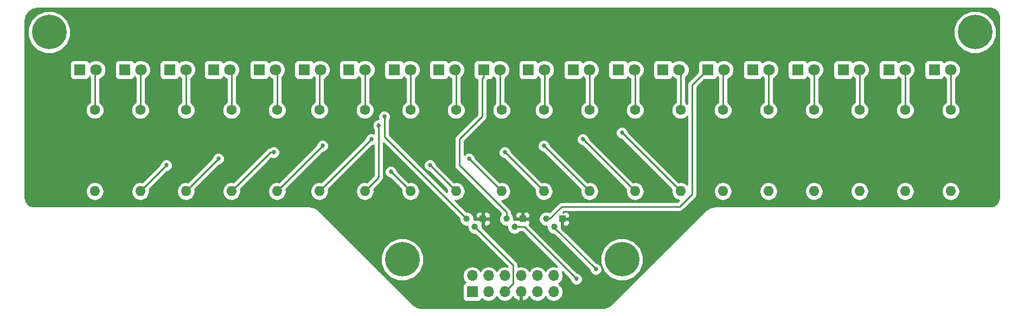
<source format=gbr>
G04 #@! TF.FileFunction,Copper,L1,Top,Signal*
%FSLAX46Y46*%
G04 Gerber Fmt 4.6, Leading zero omitted, Abs format (unit mm)*
G04 Created by KiCad (PCBNEW 4.0.6) date 03/21/17 10:55:45*
%MOMM*%
%LPD*%
G01*
G04 APERTURE LIST*
%ADD10C,0.100000*%
%ADD11C,1.600000*%
%ADD12O,1.600000X1.600000*%
%ADD13R,1.800000X1.800000*%
%ADD14C,1.800000*%
%ADD15C,1.000000*%
%ADD16R,1.000000X1.000000*%
%ADD17R,1.700000X1.700000*%
%ADD18O,1.700000X1.700000*%
%ADD19C,5.400000*%
%ADD20C,0.685800*%
%ADD21C,0.250000*%
%ADD22C,0.152400*%
%ADD23C,0.254000*%
G04 APERTURE END LIST*
D10*
D11*
X206248000Y-90932000D03*
D12*
X206248000Y-103632000D03*
D13*
X154650002Y-84615999D03*
D14*
X157190002Y-84615999D03*
D13*
X161653126Y-84615999D03*
D14*
X164193126Y-84615999D03*
D13*
X168656250Y-84615999D03*
D14*
X171196250Y-84615999D03*
D13*
X175550498Y-84615999D03*
D14*
X178090498Y-84615999D03*
D13*
X182662498Y-84615999D03*
D14*
X185202498Y-84615999D03*
D13*
X189665622Y-84615999D03*
D14*
X192205622Y-84615999D03*
D13*
X196668746Y-84615999D03*
D14*
X199208746Y-84615999D03*
D13*
X203708000Y-84615999D03*
D14*
X206248000Y-84615999D03*
D13*
X210674994Y-84615999D03*
D14*
X213214994Y-84615999D03*
D13*
X217678118Y-84615999D03*
D14*
X220218118Y-84615999D03*
D13*
X224681242Y-84615999D03*
D14*
X227221242Y-84615999D03*
D13*
X231684366Y-84615999D03*
D14*
X234224366Y-84615999D03*
D13*
X238687490Y-84615999D03*
D14*
X241227490Y-84615999D03*
D13*
X245690614Y-84615999D03*
D14*
X248230614Y-84615999D03*
D13*
X252693738Y-84615999D03*
D14*
X255233738Y-84615999D03*
D13*
X259696862Y-84615999D03*
D14*
X262236862Y-84615999D03*
D13*
X266700000Y-84615999D03*
D14*
X269240000Y-84615999D03*
D15*
X216296143Y-109220000D03*
X215026143Y-107950000D03*
D16*
X217566143Y-107950000D03*
D15*
X222504000Y-109220000D03*
X221234000Y-107950000D03*
D16*
X223774000Y-107950000D03*
D15*
X228711857Y-109220000D03*
X227441857Y-107950000D03*
D16*
X229981857Y-107950000D03*
D11*
X156972000Y-90932000D03*
D12*
X156972000Y-103632000D03*
D11*
X164084000Y-90932000D03*
D12*
X164084000Y-103632000D03*
D11*
X171196000Y-90932000D03*
D12*
X171196000Y-103632000D03*
D11*
X178308000Y-90932000D03*
D12*
X178308000Y-103632000D03*
D11*
X185420000Y-90932000D03*
D12*
X185420000Y-103632000D03*
D11*
X192024000Y-90932000D03*
D12*
X192024000Y-103632000D03*
D11*
X199136000Y-90932000D03*
D12*
X199136000Y-103632000D03*
D11*
X213360000Y-90932000D03*
D12*
X213360000Y-103632000D03*
D11*
X220472000Y-90932000D03*
D12*
X220472000Y-103632000D03*
D11*
X227076000Y-90932000D03*
D12*
X227076000Y-103632000D03*
D11*
X234188000Y-90932000D03*
D12*
X234188000Y-103632000D03*
D11*
X241300000Y-90932000D03*
D12*
X241300000Y-103632000D03*
D11*
X248412000Y-90932000D03*
D12*
X248412000Y-103632000D03*
D11*
X255016000Y-90932000D03*
D12*
X255016000Y-103632000D03*
D11*
X262128000Y-90932000D03*
D12*
X262128000Y-103632000D03*
D11*
X269240000Y-90932000D03*
D12*
X269240000Y-103632000D03*
D17*
X215900000Y-119380000D03*
D18*
X215900000Y-116840000D03*
X218440000Y-119380000D03*
X218440000Y-116840000D03*
X220980000Y-119380000D03*
X220980000Y-116840000D03*
X223520000Y-119380000D03*
X223520000Y-116840000D03*
X226060000Y-119380000D03*
X226060000Y-116840000D03*
X228600000Y-119380000D03*
X228600000Y-116840000D03*
D19*
X294386000Y-78740000D03*
X149860000Y-78740000D03*
X239268000Y-114300000D03*
X204978000Y-114300000D03*
D13*
X273812000Y-84615999D03*
D14*
X276352000Y-84615999D03*
D13*
X280924000Y-84615999D03*
D14*
X283464000Y-84615999D03*
D13*
X288036000Y-84615999D03*
D14*
X290576000Y-84615999D03*
D11*
X276352000Y-90932000D03*
D12*
X276352000Y-103632000D03*
D11*
X283464000Y-90932000D03*
D12*
X283464000Y-103632000D03*
D11*
X290576000Y-90932000D03*
D12*
X290576000Y-103632000D03*
D20*
X202184000Y-91948000D03*
X235204000Y-115824000D03*
X203200000Y-100584000D03*
X232156000Y-117348000D03*
X209296000Y-99568000D03*
X168148000Y-99568000D03*
X176276000Y-98552000D03*
X215392000Y-98552000D03*
X184912000Y-97536000D03*
X220980000Y-97536000D03*
X201295000Y-93345000D03*
X239268000Y-94488000D03*
X192532000Y-96520000D03*
X227076000Y-96520000D03*
X200152000Y-95504000D03*
X233172000Y-95504000D03*
D21*
X215026143Y-107950000D02*
X202184000Y-95107857D01*
X202184000Y-95107857D02*
X202184000Y-91948000D01*
X156972000Y-90932000D02*
X156972000Y-84836000D01*
X156972000Y-84836000D02*
X157190002Y-84615999D01*
X164084000Y-90932000D02*
X164084000Y-84836000D01*
X164084000Y-84836000D02*
X164193126Y-84615999D01*
X171196000Y-90932000D02*
X171196000Y-84836000D01*
X171196000Y-84836000D02*
X171196250Y-84615999D01*
X178199374Y-84615999D02*
X178308000Y-84836000D01*
X178308000Y-84836000D02*
X178308000Y-90932000D01*
X185202498Y-84615999D02*
X185420000Y-84836000D01*
X185420000Y-84836000D02*
X185420000Y-90932000D01*
X192024000Y-90932000D02*
X192024000Y-84836000D01*
X192024000Y-84836000D02*
X192205622Y-84615999D01*
X199136000Y-90932000D02*
X199136000Y-84836000D01*
X199136000Y-84836000D02*
X199208746Y-84615999D01*
X221234000Y-107950000D02*
X221234000Y-106934000D01*
X221234000Y-106934000D02*
X213868000Y-99568000D01*
X213868000Y-99568000D02*
X213868000Y-95504000D01*
X213868000Y-95504000D02*
X217424000Y-91948000D01*
X217424000Y-91948000D02*
X217424000Y-86020117D01*
X217424000Y-86020117D02*
X217678118Y-85765999D01*
X217678118Y-85765999D02*
X217678118Y-84615999D01*
X210674994Y-84615999D02*
X210820000Y-84836000D01*
X206211870Y-84615999D02*
X206248000Y-84836000D01*
X206248000Y-84836000D02*
X206248000Y-90932000D01*
X213360000Y-90932000D02*
X213360000Y-84836000D01*
X213360000Y-84836000D02*
X213214994Y-84615999D01*
X220218118Y-84615999D02*
X220218118Y-90678118D01*
X220218118Y-90678118D02*
X220472000Y-90932000D01*
X227221242Y-90786758D02*
X227076000Y-90932000D01*
X227221242Y-84615999D02*
X227221242Y-90786758D01*
X234188000Y-90932000D02*
X234188000Y-84836000D01*
X234188000Y-84836000D02*
X234224366Y-84615999D01*
X241227490Y-84615999D02*
X241300000Y-84836000D01*
X241300000Y-84836000D02*
X241300000Y-90932000D01*
X248412000Y-90932000D02*
X248412000Y-84836000D01*
X248412000Y-84836000D02*
X248230614Y-84615999D01*
X252730000Y-84455000D02*
X250190000Y-86995000D01*
X250190000Y-86995000D02*
X250190000Y-104140000D01*
X250190000Y-104140000D02*
X248285000Y-106045000D01*
X248285000Y-106045000D02*
X229870000Y-106045000D01*
X229870000Y-106045000D02*
X227965000Y-107950000D01*
D22*
X252693738Y-84615999D02*
X252730000Y-84455000D01*
X227965000Y-107950000D02*
X227441857Y-107950000D01*
D21*
X255233738Y-84615999D02*
X255016000Y-84836000D01*
X255016000Y-84836000D02*
X255016000Y-90932000D01*
X262236862Y-84615999D02*
X262128000Y-84836000D01*
X262128000Y-84836000D02*
X262128000Y-90932000D01*
X269240000Y-84615999D02*
X269240000Y-90932000D01*
X235204000Y-115824000D02*
X228711857Y-109331857D01*
X228711857Y-109331857D02*
X228711857Y-109220000D01*
X206248000Y-103632000D02*
X203200000Y-100584000D01*
X232156000Y-117348000D02*
X224028000Y-109220000D01*
X224028000Y-109220000D02*
X222504000Y-109220000D01*
X213360000Y-103632000D02*
X209296000Y-99568000D01*
X164084000Y-103632000D02*
X168148000Y-99568000D01*
X220980000Y-119380000D02*
X222250000Y-118110000D01*
X222250000Y-118110000D02*
X222250000Y-115173857D01*
X222250000Y-115173857D02*
X216296143Y-109220000D01*
X176276000Y-98552000D02*
X171196000Y-103632000D01*
X220472000Y-103632000D02*
X215392000Y-98552000D01*
X184404000Y-97536000D02*
X184912000Y-97536000D01*
X178308000Y-103632000D02*
X184404000Y-97536000D01*
X227076000Y-103632000D02*
X220980000Y-97536000D01*
X201295000Y-101473000D02*
X201295000Y-93345000D01*
X199136000Y-103632000D02*
X201295000Y-101473000D01*
X248412000Y-103632000D02*
X239268000Y-94488000D01*
X185420000Y-103632000D02*
X192532000Y-96520000D01*
X234188000Y-103632000D02*
X227076000Y-96520000D01*
X192024000Y-103632000D02*
X200152000Y-95504000D01*
X241300000Y-103632000D02*
X233172000Y-95504000D01*
X276352000Y-90932000D02*
X276352000Y-84615999D01*
X283464000Y-84615999D02*
X283464000Y-90932000D01*
X290576000Y-90932000D02*
X290576000Y-84615999D01*
D23*
G36*
X297377984Y-75108815D02*
X297761157Y-75364844D01*
X298017185Y-75748015D01*
X298121000Y-76269931D01*
X298121000Y-104705069D01*
X298017185Y-105226985D01*
X297761157Y-105610156D01*
X297377984Y-105866185D01*
X296856069Y-105970000D01*
X254025400Y-105970000D01*
X253950854Y-105984828D01*
X253158328Y-106129747D01*
X252902388Y-106235761D01*
X252284745Y-106648456D01*
X252235297Y-106697904D01*
X252177154Y-106736754D01*
X237469200Y-121444708D01*
X237027130Y-121740089D01*
X236499707Y-121845000D01*
X207740331Y-121845000D01*
X207218415Y-121741185D01*
X206781012Y-121448920D01*
X200292554Y-114960462D01*
X201642422Y-114960462D01*
X202149076Y-116186658D01*
X203086407Y-117125627D01*
X204311717Y-117634420D01*
X205638462Y-117635578D01*
X206864658Y-117128924D01*
X207803627Y-116191593D01*
X208312420Y-114966283D01*
X208313578Y-113639538D01*
X207806924Y-112413342D01*
X206869593Y-111474373D01*
X205644283Y-110965580D01*
X204317538Y-110964422D01*
X203091342Y-111471076D01*
X202152373Y-112408407D01*
X201643580Y-113633717D01*
X201642422Y-114960462D01*
X200292554Y-114960462D01*
X192068846Y-106736754D01*
X192015751Y-106701277D01*
X191962093Y-106647619D01*
X191344068Y-106234666D01*
X191194140Y-106172564D01*
X191088126Y-106128651D01*
X190359114Y-105983642D01*
X190289184Y-105983642D01*
X190220600Y-105970000D01*
X147389931Y-105970000D01*
X146868015Y-105866185D01*
X146484844Y-105610157D01*
X146228815Y-105226984D01*
X146125000Y-104705069D01*
X146125000Y-103603887D01*
X155537000Y-103603887D01*
X155537000Y-103660113D01*
X155646233Y-104209264D01*
X155957302Y-104674811D01*
X156422849Y-104985880D01*
X156972000Y-105095113D01*
X157521151Y-104985880D01*
X157986698Y-104674811D01*
X158297767Y-104209264D01*
X158407000Y-103660113D01*
X158407000Y-103603887D01*
X162649000Y-103603887D01*
X162649000Y-103660113D01*
X162758233Y-104209264D01*
X163069302Y-104674811D01*
X163534849Y-104985880D01*
X164084000Y-105095113D01*
X164633151Y-104985880D01*
X165098698Y-104674811D01*
X165409767Y-104209264D01*
X165519000Y-103660113D01*
X165519000Y-103603887D01*
X169761000Y-103603887D01*
X169761000Y-103660113D01*
X169870233Y-104209264D01*
X170181302Y-104674811D01*
X170646849Y-104985880D01*
X171196000Y-105095113D01*
X171745151Y-104985880D01*
X172210698Y-104674811D01*
X172521767Y-104209264D01*
X172631000Y-103660113D01*
X172631000Y-103603887D01*
X176873000Y-103603887D01*
X176873000Y-103660113D01*
X176982233Y-104209264D01*
X177293302Y-104674811D01*
X177758849Y-104985880D01*
X178308000Y-105095113D01*
X178857151Y-104985880D01*
X179322698Y-104674811D01*
X179633767Y-104209264D01*
X179743000Y-103660113D01*
X179743000Y-103603887D01*
X183985000Y-103603887D01*
X183985000Y-103660113D01*
X184094233Y-104209264D01*
X184405302Y-104674811D01*
X184870849Y-104985880D01*
X185420000Y-105095113D01*
X185969151Y-104985880D01*
X186434698Y-104674811D01*
X186745767Y-104209264D01*
X186855000Y-103660113D01*
X186855000Y-103603887D01*
X190589000Y-103603887D01*
X190589000Y-103660113D01*
X190698233Y-104209264D01*
X191009302Y-104674811D01*
X191474849Y-104985880D01*
X192024000Y-105095113D01*
X192573151Y-104985880D01*
X193038698Y-104674811D01*
X193349767Y-104209264D01*
X193459000Y-103660113D01*
X193459000Y-103603887D01*
X193403904Y-103326898D01*
X200248817Y-96481985D01*
X200345663Y-96482069D01*
X200535000Y-96403837D01*
X200535000Y-101158198D01*
X199459886Y-102233312D01*
X199136000Y-102168887D01*
X198586849Y-102278120D01*
X198121302Y-102589189D01*
X197810233Y-103054736D01*
X197701000Y-103603887D01*
X197701000Y-103660113D01*
X197810233Y-104209264D01*
X198121302Y-104674811D01*
X198586849Y-104985880D01*
X199136000Y-105095113D01*
X199685151Y-104985880D01*
X200150698Y-104674811D01*
X200461767Y-104209264D01*
X200571000Y-103660113D01*
X200571000Y-103603887D01*
X200515904Y-103326898D01*
X201832401Y-102010401D01*
X201997148Y-101763839D01*
X202055000Y-101473000D01*
X202055000Y-100777663D01*
X202221931Y-100777663D01*
X202370493Y-101137212D01*
X202645341Y-101412540D01*
X203004630Y-101561730D01*
X203103014Y-101561816D01*
X204868096Y-103326898D01*
X204813000Y-103603887D01*
X204813000Y-103660113D01*
X204922233Y-104209264D01*
X205233302Y-104674811D01*
X205698849Y-104985880D01*
X206248000Y-105095113D01*
X206797151Y-104985880D01*
X207262698Y-104674811D01*
X207573767Y-104209264D01*
X207683000Y-103660113D01*
X207683000Y-103603887D01*
X207573767Y-103054736D01*
X207262698Y-102589189D01*
X206797151Y-102278120D01*
X206248000Y-102168887D01*
X205924114Y-102233312D01*
X204177985Y-100487183D01*
X204178069Y-100390337D01*
X204029507Y-100030788D01*
X203754659Y-99755460D01*
X203395370Y-99606270D01*
X203006337Y-99605931D01*
X202646788Y-99754493D01*
X202371460Y-100029341D01*
X202222270Y-100388630D01*
X202221931Y-100777663D01*
X202055000Y-100777663D01*
X202055000Y-96053659D01*
X213891195Y-107889854D01*
X213890946Y-108174775D01*
X214063376Y-108592086D01*
X214382378Y-108911645D01*
X214799387Y-109084803D01*
X215161260Y-109085119D01*
X215160946Y-109444775D01*
X215333376Y-109862086D01*
X215652378Y-110181645D01*
X216069387Y-110354803D01*
X216356394Y-110355053D01*
X221413471Y-115412130D01*
X220980000Y-115325907D01*
X220411715Y-115438946D01*
X219929946Y-115760853D01*
X219710000Y-116090026D01*
X219490054Y-115760853D01*
X219008285Y-115438946D01*
X218440000Y-115325907D01*
X217871715Y-115438946D01*
X217389946Y-115760853D01*
X217170000Y-116090026D01*
X216950054Y-115760853D01*
X216468285Y-115438946D01*
X215900000Y-115325907D01*
X215331715Y-115438946D01*
X214849946Y-115760853D01*
X214528039Y-116242622D01*
X214415000Y-116810907D01*
X214415000Y-116869093D01*
X214528039Y-117437378D01*
X214849946Y-117919147D01*
X214851179Y-117919971D01*
X214814683Y-117926838D01*
X214598559Y-118065910D01*
X214453569Y-118278110D01*
X214402560Y-118530000D01*
X214402560Y-120230000D01*
X214446838Y-120465317D01*
X214585910Y-120681441D01*
X214798110Y-120826431D01*
X215050000Y-120877440D01*
X216750000Y-120877440D01*
X216985317Y-120833162D01*
X217201441Y-120694090D01*
X217346431Y-120481890D01*
X217360086Y-120414459D01*
X217389946Y-120459147D01*
X217871715Y-120781054D01*
X218440000Y-120894093D01*
X219008285Y-120781054D01*
X219490054Y-120459147D01*
X219710000Y-120129974D01*
X219929946Y-120459147D01*
X220411715Y-120781054D01*
X220980000Y-120894093D01*
X221548285Y-120781054D01*
X222030054Y-120459147D01*
X222257702Y-120118447D01*
X222324817Y-120261358D01*
X222753076Y-120651645D01*
X223163110Y-120821476D01*
X223393000Y-120700155D01*
X223393000Y-119507000D01*
X223373000Y-119507000D01*
X223373000Y-119253000D01*
X223393000Y-119253000D01*
X223393000Y-119233000D01*
X223647000Y-119233000D01*
X223647000Y-119253000D01*
X223667000Y-119253000D01*
X223667000Y-119507000D01*
X223647000Y-119507000D01*
X223647000Y-120700155D01*
X223876890Y-120821476D01*
X224286924Y-120651645D01*
X224715183Y-120261358D01*
X224782298Y-120118447D01*
X225009946Y-120459147D01*
X225491715Y-120781054D01*
X226060000Y-120894093D01*
X226628285Y-120781054D01*
X227110054Y-120459147D01*
X227330000Y-120129974D01*
X227549946Y-120459147D01*
X228031715Y-120781054D01*
X228600000Y-120894093D01*
X229168285Y-120781054D01*
X229650054Y-120459147D01*
X229971961Y-119977378D01*
X230085000Y-119409093D01*
X230085000Y-119350907D01*
X229971961Y-118782622D01*
X229650054Y-118300853D01*
X229364422Y-118110000D01*
X229650054Y-117919147D01*
X229971961Y-117437378D01*
X230085000Y-116869093D01*
X230085000Y-116810907D01*
X229971961Y-116242622D01*
X229964190Y-116230992D01*
X231178015Y-117444817D01*
X231177931Y-117541663D01*
X231326493Y-117901212D01*
X231601341Y-118176540D01*
X231960630Y-118325730D01*
X232349663Y-118326069D01*
X232709212Y-118177507D01*
X232984540Y-117902659D01*
X233133730Y-117543370D01*
X233134069Y-117154337D01*
X232985507Y-116794788D01*
X232710659Y-116519460D01*
X232351370Y-116370270D01*
X232252986Y-116370184D01*
X224752414Y-108869612D01*
X224812327Y-108809698D01*
X224909000Y-108576309D01*
X224909000Y-108235750D01*
X224848025Y-108174775D01*
X226306660Y-108174775D01*
X226479090Y-108592086D01*
X226798092Y-108911645D01*
X227215101Y-109084803D01*
X227576974Y-109085119D01*
X227576660Y-109444775D01*
X227749090Y-109862086D01*
X228068092Y-110181645D01*
X228485101Y-110354803D01*
X228660154Y-110354956D01*
X234226015Y-115920817D01*
X234225931Y-116017663D01*
X234374493Y-116377212D01*
X234649341Y-116652540D01*
X235008630Y-116801730D01*
X235397663Y-116802069D01*
X235757212Y-116653507D01*
X236032540Y-116378659D01*
X236181730Y-116019370D01*
X236182069Y-115630337D01*
X236033507Y-115270788D01*
X235758659Y-114995460D01*
X235674375Y-114960462D01*
X235932422Y-114960462D01*
X236439076Y-116186658D01*
X237376407Y-117125627D01*
X238601717Y-117634420D01*
X239928462Y-117635578D01*
X241154658Y-117128924D01*
X242093627Y-116191593D01*
X242602420Y-114966283D01*
X242603578Y-113639538D01*
X242096924Y-112413342D01*
X241159593Y-111474373D01*
X239934283Y-110965580D01*
X238607538Y-110964422D01*
X237381342Y-111471076D01*
X236442373Y-112408407D01*
X235933580Y-113633717D01*
X235932422Y-114960462D01*
X235674375Y-114960462D01*
X235399370Y-114846270D01*
X235300986Y-114846184D01*
X229846708Y-109391906D01*
X229847054Y-108995225D01*
X229829168Y-108951939D01*
X229854857Y-108926250D01*
X229854857Y-108077000D01*
X230108857Y-108077000D01*
X230108857Y-108926250D01*
X230267607Y-109085000D01*
X230608167Y-109085000D01*
X230841556Y-108988327D01*
X231020184Y-108809698D01*
X231116857Y-108576309D01*
X231116857Y-108235750D01*
X230958107Y-108077000D01*
X230108857Y-108077000D01*
X229854857Y-108077000D01*
X229834857Y-108077000D01*
X229834857Y-107823000D01*
X229854857Y-107823000D01*
X229854857Y-107803000D01*
X230108857Y-107803000D01*
X230108857Y-107823000D01*
X230958107Y-107823000D01*
X231116857Y-107664250D01*
X231116857Y-107323691D01*
X231020184Y-107090302D01*
X230841556Y-106911673D01*
X230608167Y-106815000D01*
X230267607Y-106815000D01*
X230108859Y-106973748D01*
X230108859Y-106880943D01*
X230184802Y-106805000D01*
X248285000Y-106805000D01*
X248575839Y-106747148D01*
X248822401Y-106582401D01*
X250727401Y-104677401D01*
X250892148Y-104430839D01*
X250950000Y-104140000D01*
X250950000Y-103603887D01*
X253581000Y-103603887D01*
X253581000Y-103660113D01*
X253690233Y-104209264D01*
X254001302Y-104674811D01*
X254466849Y-104985880D01*
X255016000Y-105095113D01*
X255565151Y-104985880D01*
X256030698Y-104674811D01*
X256341767Y-104209264D01*
X256451000Y-103660113D01*
X256451000Y-103603887D01*
X260693000Y-103603887D01*
X260693000Y-103660113D01*
X260802233Y-104209264D01*
X261113302Y-104674811D01*
X261578849Y-104985880D01*
X262128000Y-105095113D01*
X262677151Y-104985880D01*
X263142698Y-104674811D01*
X263453767Y-104209264D01*
X263563000Y-103660113D01*
X263563000Y-103603887D01*
X267805000Y-103603887D01*
X267805000Y-103660113D01*
X267914233Y-104209264D01*
X268225302Y-104674811D01*
X268690849Y-104985880D01*
X269240000Y-105095113D01*
X269789151Y-104985880D01*
X270254698Y-104674811D01*
X270565767Y-104209264D01*
X270675000Y-103660113D01*
X270675000Y-103603887D01*
X274917000Y-103603887D01*
X274917000Y-103660113D01*
X275026233Y-104209264D01*
X275337302Y-104674811D01*
X275802849Y-104985880D01*
X276352000Y-105095113D01*
X276901151Y-104985880D01*
X277366698Y-104674811D01*
X277677767Y-104209264D01*
X277787000Y-103660113D01*
X277787000Y-103603887D01*
X282029000Y-103603887D01*
X282029000Y-103660113D01*
X282138233Y-104209264D01*
X282449302Y-104674811D01*
X282914849Y-104985880D01*
X283464000Y-105095113D01*
X284013151Y-104985880D01*
X284478698Y-104674811D01*
X284789767Y-104209264D01*
X284899000Y-103660113D01*
X284899000Y-103603887D01*
X289141000Y-103603887D01*
X289141000Y-103660113D01*
X289250233Y-104209264D01*
X289561302Y-104674811D01*
X290026849Y-104985880D01*
X290576000Y-105095113D01*
X291125151Y-104985880D01*
X291590698Y-104674811D01*
X291901767Y-104209264D01*
X292011000Y-103660113D01*
X292011000Y-103603887D01*
X291901767Y-103054736D01*
X291590698Y-102589189D01*
X291125151Y-102278120D01*
X290576000Y-102168887D01*
X290026849Y-102278120D01*
X289561302Y-102589189D01*
X289250233Y-103054736D01*
X289141000Y-103603887D01*
X284899000Y-103603887D01*
X284789767Y-103054736D01*
X284478698Y-102589189D01*
X284013151Y-102278120D01*
X283464000Y-102168887D01*
X282914849Y-102278120D01*
X282449302Y-102589189D01*
X282138233Y-103054736D01*
X282029000Y-103603887D01*
X277787000Y-103603887D01*
X277677767Y-103054736D01*
X277366698Y-102589189D01*
X276901151Y-102278120D01*
X276352000Y-102168887D01*
X275802849Y-102278120D01*
X275337302Y-102589189D01*
X275026233Y-103054736D01*
X274917000Y-103603887D01*
X270675000Y-103603887D01*
X270565767Y-103054736D01*
X270254698Y-102589189D01*
X269789151Y-102278120D01*
X269240000Y-102168887D01*
X268690849Y-102278120D01*
X268225302Y-102589189D01*
X267914233Y-103054736D01*
X267805000Y-103603887D01*
X263563000Y-103603887D01*
X263453767Y-103054736D01*
X263142698Y-102589189D01*
X262677151Y-102278120D01*
X262128000Y-102168887D01*
X261578849Y-102278120D01*
X261113302Y-102589189D01*
X260802233Y-103054736D01*
X260693000Y-103603887D01*
X256451000Y-103603887D01*
X256341767Y-103054736D01*
X256030698Y-102589189D01*
X255565151Y-102278120D01*
X255016000Y-102168887D01*
X254466849Y-102278120D01*
X254001302Y-102589189D01*
X253690233Y-103054736D01*
X253581000Y-103603887D01*
X250950000Y-103603887D01*
X250950000Y-87309802D01*
X252096363Y-86163439D01*
X253593738Y-86163439D01*
X253829055Y-86119161D01*
X254045179Y-85980089D01*
X254190169Y-85767889D01*
X254194305Y-85747465D01*
X254256000Y-85809268D01*
X254256000Y-89693354D01*
X254204200Y-89714757D01*
X253800176Y-90118077D01*
X253581250Y-90645309D01*
X253580752Y-91216187D01*
X253798757Y-91743800D01*
X254202077Y-92147824D01*
X254729309Y-92366750D01*
X255300187Y-92367248D01*
X255827800Y-92149243D01*
X256231824Y-91745923D01*
X256450750Y-91218691D01*
X256451248Y-90647813D01*
X256233243Y-90120200D01*
X255829923Y-89716176D01*
X255776000Y-89693785D01*
X255776000Y-86052812D01*
X256102109Y-85918067D01*
X256534289Y-85486642D01*
X256768471Y-84922669D01*
X256769003Y-84312008D01*
X256535806Y-83747628D01*
X256504233Y-83715999D01*
X258149422Y-83715999D01*
X258149422Y-85515999D01*
X258193700Y-85751316D01*
X258332772Y-85967440D01*
X258544972Y-86112430D01*
X258796862Y-86163439D01*
X260596862Y-86163439D01*
X260832179Y-86119161D01*
X261048303Y-85980089D01*
X261193293Y-85767889D01*
X261197429Y-85747465D01*
X261366219Y-85916550D01*
X261368000Y-85917290D01*
X261368000Y-89693354D01*
X261316200Y-89714757D01*
X260912176Y-90118077D01*
X260693250Y-90645309D01*
X260692752Y-91216187D01*
X260910757Y-91743800D01*
X261314077Y-92147824D01*
X261841309Y-92366750D01*
X262412187Y-92367248D01*
X262939800Y-92149243D01*
X263343824Y-91745923D01*
X263562750Y-91218691D01*
X263563248Y-90647813D01*
X263345243Y-90120200D01*
X262941923Y-89716176D01*
X262888000Y-89693785D01*
X262888000Y-86007826D01*
X263105233Y-85918067D01*
X263537413Y-85486642D01*
X263771595Y-84922669D01*
X263772127Y-84312008D01*
X263538930Y-83747628D01*
X263507357Y-83715999D01*
X265152560Y-83715999D01*
X265152560Y-85515999D01*
X265196838Y-85751316D01*
X265335910Y-85967440D01*
X265548110Y-86112430D01*
X265800000Y-86163439D01*
X267600000Y-86163439D01*
X267835317Y-86119161D01*
X268051441Y-85980089D01*
X268196431Y-85767889D01*
X268200567Y-85747465D01*
X268369357Y-85916550D01*
X268480000Y-85962493D01*
X268480000Y-89693354D01*
X268428200Y-89714757D01*
X268024176Y-90118077D01*
X267805250Y-90645309D01*
X267804752Y-91216187D01*
X268022757Y-91743800D01*
X268426077Y-92147824D01*
X268953309Y-92366750D01*
X269524187Y-92367248D01*
X270051800Y-92149243D01*
X270455824Y-91745923D01*
X270674750Y-91218691D01*
X270675248Y-90647813D01*
X270457243Y-90120200D01*
X270053923Y-89716176D01*
X270000000Y-89693785D01*
X270000000Y-85962845D01*
X270108371Y-85918067D01*
X270540551Y-85486642D01*
X270774733Y-84922669D01*
X270775265Y-84312008D01*
X270542068Y-83747628D01*
X270510495Y-83715999D01*
X272264560Y-83715999D01*
X272264560Y-85515999D01*
X272308838Y-85751316D01*
X272447910Y-85967440D01*
X272660110Y-86112430D01*
X272912000Y-86163439D01*
X274712000Y-86163439D01*
X274947317Y-86119161D01*
X275163441Y-85980089D01*
X275308431Y-85767889D01*
X275312567Y-85747465D01*
X275481357Y-85916550D01*
X275592000Y-85962493D01*
X275592000Y-89693354D01*
X275540200Y-89714757D01*
X275136176Y-90118077D01*
X274917250Y-90645309D01*
X274916752Y-91216187D01*
X275134757Y-91743800D01*
X275538077Y-92147824D01*
X276065309Y-92366750D01*
X276636187Y-92367248D01*
X277163800Y-92149243D01*
X277567824Y-91745923D01*
X277786750Y-91218691D01*
X277787248Y-90647813D01*
X277569243Y-90120200D01*
X277165923Y-89716176D01*
X277112000Y-89693785D01*
X277112000Y-85962845D01*
X277220371Y-85918067D01*
X277652551Y-85486642D01*
X277886733Y-84922669D01*
X277887265Y-84312008D01*
X277654068Y-83747628D01*
X277622495Y-83715999D01*
X279376560Y-83715999D01*
X279376560Y-85515999D01*
X279420838Y-85751316D01*
X279559910Y-85967440D01*
X279772110Y-86112430D01*
X280024000Y-86163439D01*
X281824000Y-86163439D01*
X282059317Y-86119161D01*
X282275441Y-85980089D01*
X282420431Y-85767889D01*
X282424567Y-85747465D01*
X282593357Y-85916550D01*
X282704000Y-85962493D01*
X282704000Y-89693354D01*
X282652200Y-89714757D01*
X282248176Y-90118077D01*
X282029250Y-90645309D01*
X282028752Y-91216187D01*
X282246757Y-91743800D01*
X282650077Y-92147824D01*
X283177309Y-92366750D01*
X283748187Y-92367248D01*
X284275800Y-92149243D01*
X284679824Y-91745923D01*
X284898750Y-91218691D01*
X284899248Y-90647813D01*
X284681243Y-90120200D01*
X284277923Y-89716176D01*
X284224000Y-89693785D01*
X284224000Y-85962845D01*
X284332371Y-85918067D01*
X284764551Y-85486642D01*
X284998733Y-84922669D01*
X284999265Y-84312008D01*
X284766068Y-83747628D01*
X284734495Y-83715999D01*
X286488560Y-83715999D01*
X286488560Y-85515999D01*
X286532838Y-85751316D01*
X286671910Y-85967440D01*
X286884110Y-86112430D01*
X287136000Y-86163439D01*
X288936000Y-86163439D01*
X289171317Y-86119161D01*
X289387441Y-85980089D01*
X289532431Y-85767889D01*
X289536567Y-85747465D01*
X289705357Y-85916550D01*
X289816000Y-85962493D01*
X289816000Y-89693354D01*
X289764200Y-89714757D01*
X289360176Y-90118077D01*
X289141250Y-90645309D01*
X289140752Y-91216187D01*
X289358757Y-91743800D01*
X289762077Y-92147824D01*
X290289309Y-92366750D01*
X290860187Y-92367248D01*
X291387800Y-92149243D01*
X291791824Y-91745923D01*
X292010750Y-91218691D01*
X292011248Y-90647813D01*
X291793243Y-90120200D01*
X291389923Y-89716176D01*
X291336000Y-89693785D01*
X291336000Y-85962845D01*
X291444371Y-85918067D01*
X291876551Y-85486642D01*
X292110733Y-84922669D01*
X292111265Y-84312008D01*
X291878068Y-83747628D01*
X291446643Y-83315448D01*
X290882670Y-83081266D01*
X290272009Y-83080734D01*
X289707629Y-83313931D01*
X289539387Y-83481879D01*
X289539162Y-83480682D01*
X289400090Y-83264558D01*
X289187890Y-83119568D01*
X288936000Y-83068559D01*
X287136000Y-83068559D01*
X286900683Y-83112837D01*
X286684559Y-83251909D01*
X286539569Y-83464109D01*
X286488560Y-83715999D01*
X284734495Y-83715999D01*
X284334643Y-83315448D01*
X283770670Y-83081266D01*
X283160009Y-83080734D01*
X282595629Y-83313931D01*
X282427387Y-83481879D01*
X282427162Y-83480682D01*
X282288090Y-83264558D01*
X282075890Y-83119568D01*
X281824000Y-83068559D01*
X280024000Y-83068559D01*
X279788683Y-83112837D01*
X279572559Y-83251909D01*
X279427569Y-83464109D01*
X279376560Y-83715999D01*
X277622495Y-83715999D01*
X277222643Y-83315448D01*
X276658670Y-83081266D01*
X276048009Y-83080734D01*
X275483629Y-83313931D01*
X275315387Y-83481879D01*
X275315162Y-83480682D01*
X275176090Y-83264558D01*
X274963890Y-83119568D01*
X274712000Y-83068559D01*
X272912000Y-83068559D01*
X272676683Y-83112837D01*
X272460559Y-83251909D01*
X272315569Y-83464109D01*
X272264560Y-83715999D01*
X270510495Y-83715999D01*
X270110643Y-83315448D01*
X269546670Y-83081266D01*
X268936009Y-83080734D01*
X268371629Y-83313931D01*
X268203387Y-83481879D01*
X268203162Y-83480682D01*
X268064090Y-83264558D01*
X267851890Y-83119568D01*
X267600000Y-83068559D01*
X265800000Y-83068559D01*
X265564683Y-83112837D01*
X265348559Y-83251909D01*
X265203569Y-83464109D01*
X265152560Y-83715999D01*
X263507357Y-83715999D01*
X263107505Y-83315448D01*
X262543532Y-83081266D01*
X261932871Y-83080734D01*
X261368491Y-83313931D01*
X261200249Y-83481879D01*
X261200024Y-83480682D01*
X261060952Y-83264558D01*
X260848752Y-83119568D01*
X260596862Y-83068559D01*
X258796862Y-83068559D01*
X258561545Y-83112837D01*
X258345421Y-83251909D01*
X258200431Y-83464109D01*
X258149422Y-83715999D01*
X256504233Y-83715999D01*
X256104381Y-83315448D01*
X255540408Y-83081266D01*
X254929747Y-83080734D01*
X254365367Y-83313931D01*
X254197125Y-83481879D01*
X254196900Y-83480682D01*
X254057828Y-83264558D01*
X253845628Y-83119568D01*
X253593738Y-83068559D01*
X251793738Y-83068559D01*
X251558421Y-83112837D01*
X251342297Y-83251909D01*
X251197307Y-83464109D01*
X251146298Y-83715999D01*
X251146298Y-84963900D01*
X249652599Y-86457599D01*
X249487852Y-86704161D01*
X249430000Y-86995000D01*
X249430000Y-89920609D01*
X249225923Y-89716176D01*
X249172000Y-89693785D01*
X249172000Y-85845180D01*
X249531165Y-85486642D01*
X249765347Y-84922669D01*
X249765879Y-84312008D01*
X249532682Y-83747628D01*
X249101257Y-83315448D01*
X248537284Y-83081266D01*
X247926623Y-83080734D01*
X247362243Y-83313931D01*
X247194001Y-83481879D01*
X247193776Y-83480682D01*
X247054704Y-83264558D01*
X246842504Y-83119568D01*
X246590614Y-83068559D01*
X244790614Y-83068559D01*
X244555297Y-83112837D01*
X244339173Y-83251909D01*
X244194183Y-83464109D01*
X244143174Y-83715999D01*
X244143174Y-85515999D01*
X244187452Y-85751316D01*
X244326524Y-85967440D01*
X244538724Y-86112430D01*
X244790614Y-86163439D01*
X246590614Y-86163439D01*
X246825931Y-86119161D01*
X247042055Y-85980089D01*
X247187045Y-85767889D01*
X247191181Y-85747465D01*
X247359971Y-85916550D01*
X247652000Y-86037811D01*
X247652000Y-89693354D01*
X247600200Y-89714757D01*
X247196176Y-90118077D01*
X246977250Y-90645309D01*
X246976752Y-91216187D01*
X247194757Y-91743800D01*
X247598077Y-92147824D01*
X248125309Y-92366750D01*
X248696187Y-92367248D01*
X249223800Y-92149243D01*
X249430000Y-91943402D01*
X249430000Y-102594131D01*
X249426698Y-102589189D01*
X248961151Y-102278120D01*
X248412000Y-102168887D01*
X248088114Y-102233312D01*
X240245985Y-94391183D01*
X240246069Y-94294337D01*
X240097507Y-93934788D01*
X239822659Y-93659460D01*
X239463370Y-93510270D01*
X239074337Y-93509931D01*
X238714788Y-93658493D01*
X238439460Y-93933341D01*
X238290270Y-94292630D01*
X238289931Y-94681663D01*
X238438493Y-95041212D01*
X238713341Y-95316540D01*
X239072630Y-95465730D01*
X239171014Y-95465816D01*
X247032096Y-103326898D01*
X246977000Y-103603887D01*
X246977000Y-103660113D01*
X247086233Y-104209264D01*
X247397302Y-104674811D01*
X247862849Y-104985880D01*
X248201880Y-105053318D01*
X247970198Y-105285000D01*
X229870000Y-105285000D01*
X229579161Y-105342852D01*
X229332599Y-105507599D01*
X227920435Y-106919763D01*
X227668613Y-106815197D01*
X227217082Y-106814803D01*
X226799771Y-106987233D01*
X226480212Y-107306235D01*
X226307054Y-107723244D01*
X226306660Y-108174775D01*
X224848025Y-108174775D01*
X224750250Y-108077000D01*
X223901000Y-108077000D01*
X223901000Y-108097000D01*
X223647000Y-108097000D01*
X223647000Y-108077000D01*
X222797750Y-108077000D01*
X222772302Y-108102448D01*
X222730756Y-108085197D01*
X222368883Y-108084881D01*
X222369197Y-107725225D01*
X222203286Y-107323691D01*
X222639000Y-107323691D01*
X222639000Y-107664250D01*
X222797750Y-107823000D01*
X223647000Y-107823000D01*
X223647000Y-106973750D01*
X223901000Y-106973750D01*
X223901000Y-107823000D01*
X224750250Y-107823000D01*
X224909000Y-107664250D01*
X224909000Y-107323691D01*
X224812327Y-107090302D01*
X224633699Y-106911673D01*
X224400310Y-106815000D01*
X224059750Y-106815000D01*
X223901000Y-106973750D01*
X223647000Y-106973750D01*
X223488250Y-106815000D01*
X223147690Y-106815000D01*
X222914301Y-106911673D01*
X222735673Y-107090302D01*
X222639000Y-107323691D01*
X222203286Y-107323691D01*
X222196767Y-107307914D01*
X221994000Y-107104793D01*
X221994000Y-106934000D01*
X221936148Y-106643161D01*
X221771401Y-106396599D01*
X220469397Y-105094595D01*
X220472000Y-105095113D01*
X221021151Y-104985880D01*
X221486698Y-104674811D01*
X221797767Y-104209264D01*
X221907000Y-103660113D01*
X221907000Y-103603887D01*
X221797767Y-103054736D01*
X221486698Y-102589189D01*
X221021151Y-102278120D01*
X220472000Y-102168887D01*
X220148114Y-102233312D01*
X216369985Y-98455183D01*
X216370069Y-98358337D01*
X216221507Y-97998788D01*
X215952852Y-97729663D01*
X220001931Y-97729663D01*
X220150493Y-98089212D01*
X220425341Y-98364540D01*
X220784630Y-98513730D01*
X220883014Y-98513816D01*
X225696096Y-103326898D01*
X225641000Y-103603887D01*
X225641000Y-103660113D01*
X225750233Y-104209264D01*
X226061302Y-104674811D01*
X226526849Y-104985880D01*
X227076000Y-105095113D01*
X227625151Y-104985880D01*
X228090698Y-104674811D01*
X228401767Y-104209264D01*
X228511000Y-103660113D01*
X228511000Y-103603887D01*
X228401767Y-103054736D01*
X228090698Y-102589189D01*
X227625151Y-102278120D01*
X227076000Y-102168887D01*
X226752114Y-102233312D01*
X221957985Y-97439183D01*
X221958069Y-97342337D01*
X221809507Y-96982788D01*
X221540852Y-96713663D01*
X226097931Y-96713663D01*
X226246493Y-97073212D01*
X226521341Y-97348540D01*
X226880630Y-97497730D01*
X226979014Y-97497816D01*
X232808096Y-103326898D01*
X232753000Y-103603887D01*
X232753000Y-103660113D01*
X232862233Y-104209264D01*
X233173302Y-104674811D01*
X233638849Y-104985880D01*
X234188000Y-105095113D01*
X234737151Y-104985880D01*
X235202698Y-104674811D01*
X235513767Y-104209264D01*
X235623000Y-103660113D01*
X235623000Y-103603887D01*
X235513767Y-103054736D01*
X235202698Y-102589189D01*
X234737151Y-102278120D01*
X234188000Y-102168887D01*
X233864114Y-102233312D01*
X228053985Y-96423183D01*
X228054069Y-96326337D01*
X227905507Y-95966788D01*
X227636852Y-95697663D01*
X232193931Y-95697663D01*
X232342493Y-96057212D01*
X232617341Y-96332540D01*
X232976630Y-96481730D01*
X233075014Y-96481816D01*
X239920096Y-103326898D01*
X239865000Y-103603887D01*
X239865000Y-103660113D01*
X239974233Y-104209264D01*
X240285302Y-104674811D01*
X240750849Y-104985880D01*
X241300000Y-105095113D01*
X241849151Y-104985880D01*
X242314698Y-104674811D01*
X242625767Y-104209264D01*
X242735000Y-103660113D01*
X242735000Y-103603887D01*
X242625767Y-103054736D01*
X242314698Y-102589189D01*
X241849151Y-102278120D01*
X241300000Y-102168887D01*
X240976114Y-102233312D01*
X234149985Y-95407183D01*
X234150069Y-95310337D01*
X234001507Y-94950788D01*
X233726659Y-94675460D01*
X233367370Y-94526270D01*
X232978337Y-94525931D01*
X232618788Y-94674493D01*
X232343460Y-94949341D01*
X232194270Y-95308630D01*
X232193931Y-95697663D01*
X227636852Y-95697663D01*
X227630659Y-95691460D01*
X227271370Y-95542270D01*
X226882337Y-95541931D01*
X226522788Y-95690493D01*
X226247460Y-95965341D01*
X226098270Y-96324630D01*
X226097931Y-96713663D01*
X221540852Y-96713663D01*
X221534659Y-96707460D01*
X221175370Y-96558270D01*
X220786337Y-96557931D01*
X220426788Y-96706493D01*
X220151460Y-96981341D01*
X220002270Y-97340630D01*
X220001931Y-97729663D01*
X215952852Y-97729663D01*
X215946659Y-97723460D01*
X215587370Y-97574270D01*
X215198337Y-97573931D01*
X214838788Y-97722493D01*
X214628000Y-97932914D01*
X214628000Y-95818802D01*
X217961401Y-92485401D01*
X218126148Y-92238840D01*
X218145138Y-92143370D01*
X218184000Y-91948000D01*
X218184000Y-86334919D01*
X218215519Y-86303400D01*
X218309038Y-86163439D01*
X218578118Y-86163439D01*
X218813435Y-86119161D01*
X219029559Y-85980089D01*
X219174549Y-85767889D01*
X219178685Y-85747465D01*
X219347475Y-85916550D01*
X219458118Y-85962493D01*
X219458118Y-89916487D01*
X219256176Y-90118077D01*
X219037250Y-90645309D01*
X219036752Y-91216187D01*
X219254757Y-91743800D01*
X219658077Y-92147824D01*
X220185309Y-92366750D01*
X220756187Y-92367248D01*
X221283800Y-92149243D01*
X221687824Y-91745923D01*
X221906750Y-91218691D01*
X221907248Y-90647813D01*
X221689243Y-90120200D01*
X221285923Y-89716176D01*
X220978118Y-89588364D01*
X220978118Y-85962845D01*
X221086489Y-85918067D01*
X221518669Y-85486642D01*
X221752851Y-84922669D01*
X221753383Y-84312008D01*
X221520186Y-83747628D01*
X221488613Y-83715999D01*
X223133802Y-83715999D01*
X223133802Y-85515999D01*
X223178080Y-85751316D01*
X223317152Y-85967440D01*
X223529352Y-86112430D01*
X223781242Y-86163439D01*
X225581242Y-86163439D01*
X225816559Y-86119161D01*
X226032683Y-85980089D01*
X226177673Y-85767889D01*
X226181809Y-85747465D01*
X226350599Y-85916550D01*
X226461242Y-85962493D01*
X226461242Y-89633341D01*
X226264200Y-89714757D01*
X225860176Y-90118077D01*
X225641250Y-90645309D01*
X225640752Y-91216187D01*
X225858757Y-91743800D01*
X226262077Y-92147824D01*
X226789309Y-92366750D01*
X227360187Y-92367248D01*
X227887800Y-92149243D01*
X228291824Y-91745923D01*
X228510750Y-91218691D01*
X228511248Y-90647813D01*
X228293243Y-90120200D01*
X227981242Y-89807654D01*
X227981242Y-85962845D01*
X228089613Y-85918067D01*
X228521793Y-85486642D01*
X228755975Y-84922669D01*
X228756507Y-84312008D01*
X228523310Y-83747628D01*
X228491737Y-83715999D01*
X230136926Y-83715999D01*
X230136926Y-85515999D01*
X230181204Y-85751316D01*
X230320276Y-85967440D01*
X230532476Y-86112430D01*
X230784366Y-86163439D01*
X232584366Y-86163439D01*
X232819683Y-86119161D01*
X233035807Y-85980089D01*
X233180797Y-85767889D01*
X233184933Y-85747465D01*
X233353723Y-85916550D01*
X233428000Y-85947392D01*
X233428000Y-89693354D01*
X233376200Y-89714757D01*
X232972176Y-90118077D01*
X232753250Y-90645309D01*
X232752752Y-91216187D01*
X232970757Y-91743800D01*
X233374077Y-92147824D01*
X233901309Y-92366750D01*
X234472187Y-92367248D01*
X234999800Y-92149243D01*
X235403824Y-91745923D01*
X235622750Y-91218691D01*
X235623248Y-90647813D01*
X235405243Y-90120200D01*
X235001923Y-89716176D01*
X234948000Y-89693785D01*
X234948000Y-85977871D01*
X235092737Y-85918067D01*
X235524917Y-85486642D01*
X235759099Y-84922669D01*
X235759631Y-84312008D01*
X235526434Y-83747628D01*
X235494861Y-83715999D01*
X237140050Y-83715999D01*
X237140050Y-85515999D01*
X237184328Y-85751316D01*
X237323400Y-85967440D01*
X237535600Y-86112430D01*
X237787490Y-86163439D01*
X239587490Y-86163439D01*
X239822807Y-86119161D01*
X240038931Y-85980089D01*
X240183921Y-85767889D01*
X240188057Y-85747465D01*
X240356847Y-85916550D01*
X240540000Y-85992602D01*
X240540000Y-89693354D01*
X240488200Y-89714757D01*
X240084176Y-90118077D01*
X239865250Y-90645309D01*
X239864752Y-91216187D01*
X240082757Y-91743800D01*
X240486077Y-92147824D01*
X241013309Y-92366750D01*
X241584187Y-92367248D01*
X242111800Y-92149243D01*
X242515824Y-91745923D01*
X242734750Y-91218691D01*
X242735248Y-90647813D01*
X242517243Y-90120200D01*
X242113923Y-89716176D01*
X242060000Y-89693785D01*
X242060000Y-85932884D01*
X242095861Y-85918067D01*
X242528041Y-85486642D01*
X242762223Y-84922669D01*
X242762755Y-84312008D01*
X242529558Y-83747628D01*
X242098133Y-83315448D01*
X241534160Y-83081266D01*
X240923499Y-83080734D01*
X240359119Y-83313931D01*
X240190877Y-83481879D01*
X240190652Y-83480682D01*
X240051580Y-83264558D01*
X239839380Y-83119568D01*
X239587490Y-83068559D01*
X237787490Y-83068559D01*
X237552173Y-83112837D01*
X237336049Y-83251909D01*
X237191059Y-83464109D01*
X237140050Y-83715999D01*
X235494861Y-83715999D01*
X235095009Y-83315448D01*
X234531036Y-83081266D01*
X233920375Y-83080734D01*
X233355995Y-83313931D01*
X233187753Y-83481879D01*
X233187528Y-83480682D01*
X233048456Y-83264558D01*
X232836256Y-83119568D01*
X232584366Y-83068559D01*
X230784366Y-83068559D01*
X230549049Y-83112837D01*
X230332925Y-83251909D01*
X230187935Y-83464109D01*
X230136926Y-83715999D01*
X228491737Y-83715999D01*
X228091885Y-83315448D01*
X227527912Y-83081266D01*
X226917251Y-83080734D01*
X226352871Y-83313931D01*
X226184629Y-83481879D01*
X226184404Y-83480682D01*
X226045332Y-83264558D01*
X225833132Y-83119568D01*
X225581242Y-83068559D01*
X223781242Y-83068559D01*
X223545925Y-83112837D01*
X223329801Y-83251909D01*
X223184811Y-83464109D01*
X223133802Y-83715999D01*
X221488613Y-83715999D01*
X221088761Y-83315448D01*
X220524788Y-83081266D01*
X219914127Y-83080734D01*
X219349747Y-83313931D01*
X219181505Y-83481879D01*
X219181280Y-83480682D01*
X219042208Y-83264558D01*
X218830008Y-83119568D01*
X218578118Y-83068559D01*
X216778118Y-83068559D01*
X216542801Y-83112837D01*
X216326677Y-83251909D01*
X216181687Y-83464109D01*
X216130678Y-83715999D01*
X216130678Y-85515999D01*
X216174956Y-85751316D01*
X216314028Y-85967440D01*
X216526228Y-86112430D01*
X216664000Y-86140330D01*
X216664000Y-91633198D01*
X213330599Y-94966599D01*
X213165852Y-95213161D01*
X213108000Y-95504000D01*
X213108000Y-99568000D01*
X213165852Y-99858839D01*
X213330599Y-100105401D01*
X220402007Y-107176809D01*
X220272355Y-107306235D01*
X220099197Y-107723244D01*
X220098803Y-108174775D01*
X220271233Y-108592086D01*
X220590235Y-108911645D01*
X221007244Y-109084803D01*
X221369117Y-109085119D01*
X221368803Y-109444775D01*
X221541233Y-109862086D01*
X221860235Y-110181645D01*
X222277244Y-110354803D01*
X222728775Y-110355197D01*
X223146086Y-110182767D01*
X223349207Y-109980000D01*
X223713198Y-109980000D01*
X229179915Y-115446717D01*
X229168285Y-115438946D01*
X228600000Y-115325907D01*
X228031715Y-115438946D01*
X227549946Y-115760853D01*
X227330000Y-116090026D01*
X227110054Y-115760853D01*
X226628285Y-115438946D01*
X226060000Y-115325907D01*
X225491715Y-115438946D01*
X225009946Y-115760853D01*
X224790000Y-116090026D01*
X224570054Y-115760853D01*
X224088285Y-115438946D01*
X223520000Y-115325907D01*
X223010000Y-115427352D01*
X223010000Y-115173857D01*
X222952148Y-114883018D01*
X222952148Y-114883017D01*
X222787401Y-114636456D01*
X217431091Y-109280146D01*
X217431340Y-108995225D01*
X217413454Y-108951939D01*
X217439143Y-108926250D01*
X217439143Y-108077000D01*
X217693143Y-108077000D01*
X217693143Y-108926250D01*
X217851893Y-109085000D01*
X218192453Y-109085000D01*
X218425842Y-108988327D01*
X218604470Y-108809698D01*
X218701143Y-108576309D01*
X218701143Y-108235750D01*
X218542393Y-108077000D01*
X217693143Y-108077000D01*
X217439143Y-108077000D01*
X216589893Y-108077000D01*
X216564445Y-108102448D01*
X216522899Y-108085197D01*
X216161026Y-108084881D01*
X216161340Y-107725225D01*
X215995429Y-107323691D01*
X216431143Y-107323691D01*
X216431143Y-107664250D01*
X216589893Y-107823000D01*
X217439143Y-107823000D01*
X217439143Y-106973750D01*
X217693143Y-106973750D01*
X217693143Y-107823000D01*
X218542393Y-107823000D01*
X218701143Y-107664250D01*
X218701143Y-107323691D01*
X218604470Y-107090302D01*
X218425842Y-106911673D01*
X218192453Y-106815000D01*
X217851893Y-106815000D01*
X217693143Y-106973750D01*
X217439143Y-106973750D01*
X217280393Y-106815000D01*
X216939833Y-106815000D01*
X216706444Y-106911673D01*
X216527816Y-107090302D01*
X216431143Y-107323691D01*
X215995429Y-107323691D01*
X215988910Y-107307914D01*
X215669908Y-106988355D01*
X215252899Y-106815197D01*
X214965892Y-106814947D01*
X213217766Y-105066821D01*
X213360000Y-105095113D01*
X213909151Y-104985880D01*
X214374698Y-104674811D01*
X214685767Y-104209264D01*
X214795000Y-103660113D01*
X214795000Y-103603887D01*
X214685767Y-103054736D01*
X214374698Y-102589189D01*
X213909151Y-102278120D01*
X213360000Y-102168887D01*
X213036114Y-102233312D01*
X210273985Y-99471183D01*
X210274069Y-99374337D01*
X210125507Y-99014788D01*
X209850659Y-98739460D01*
X209491370Y-98590270D01*
X209102337Y-98589931D01*
X208742788Y-98738493D01*
X208467460Y-99013341D01*
X208318270Y-99372630D01*
X208317931Y-99761663D01*
X208466493Y-100121212D01*
X208741341Y-100396540D01*
X209100630Y-100545730D01*
X209199014Y-100545816D01*
X211980096Y-103326898D01*
X211925000Y-103603887D01*
X211925000Y-103660113D01*
X211953292Y-103802347D01*
X202944000Y-94793055D01*
X202944000Y-92571080D01*
X203012540Y-92502659D01*
X203161730Y-92143370D01*
X203162069Y-91754337D01*
X203013507Y-91394788D01*
X202738659Y-91119460D01*
X202379370Y-90970270D01*
X201990337Y-90969931D01*
X201630788Y-91118493D01*
X201355460Y-91393341D01*
X201206270Y-91752630D01*
X201205931Y-92141663D01*
X201299081Y-92367103D01*
X201101337Y-92366931D01*
X200741788Y-92515493D01*
X200466460Y-92790341D01*
X200317270Y-93149630D01*
X200316931Y-93538663D01*
X200465493Y-93898212D01*
X200535000Y-93967840D01*
X200535000Y-94604181D01*
X200347370Y-94526270D01*
X199958337Y-94525931D01*
X199598788Y-94674493D01*
X199323460Y-94949341D01*
X199174270Y-95308630D01*
X199174184Y-95407014D01*
X192347886Y-102233312D01*
X192024000Y-102168887D01*
X191474849Y-102278120D01*
X191009302Y-102589189D01*
X190698233Y-103054736D01*
X190589000Y-103603887D01*
X186855000Y-103603887D01*
X186799904Y-103326898D01*
X192628817Y-97497985D01*
X192725663Y-97498069D01*
X193085212Y-97349507D01*
X193360540Y-97074659D01*
X193509730Y-96715370D01*
X193510069Y-96326337D01*
X193361507Y-95966788D01*
X193086659Y-95691460D01*
X192727370Y-95542270D01*
X192338337Y-95541931D01*
X191978788Y-95690493D01*
X191703460Y-95965341D01*
X191554270Y-96324630D01*
X191554184Y-96423014D01*
X185743886Y-102233312D01*
X185420000Y-102168887D01*
X184870849Y-102278120D01*
X184405302Y-102589189D01*
X184094233Y-103054736D01*
X183985000Y-103603887D01*
X179743000Y-103603887D01*
X179687904Y-103326898D01*
X184564318Y-98450484D01*
X184716630Y-98513730D01*
X185105663Y-98514069D01*
X185465212Y-98365507D01*
X185740540Y-98090659D01*
X185889730Y-97731370D01*
X185890069Y-97342337D01*
X185741507Y-96982788D01*
X185466659Y-96707460D01*
X185107370Y-96558270D01*
X184718337Y-96557931D01*
X184358788Y-96706493D01*
X184260582Y-96804528D01*
X184113161Y-96833852D01*
X183866599Y-96998599D01*
X178631886Y-102233312D01*
X178308000Y-102168887D01*
X177758849Y-102278120D01*
X177293302Y-102589189D01*
X176982233Y-103054736D01*
X176873000Y-103603887D01*
X172631000Y-103603887D01*
X172575904Y-103326898D01*
X176372817Y-99529985D01*
X176469663Y-99530069D01*
X176829212Y-99381507D01*
X177104540Y-99106659D01*
X177253730Y-98747370D01*
X177254069Y-98358337D01*
X177105507Y-97998788D01*
X176830659Y-97723460D01*
X176471370Y-97574270D01*
X176082337Y-97573931D01*
X175722788Y-97722493D01*
X175447460Y-97997341D01*
X175298270Y-98356630D01*
X175298184Y-98455014D01*
X171519886Y-102233312D01*
X171196000Y-102168887D01*
X170646849Y-102278120D01*
X170181302Y-102589189D01*
X169870233Y-103054736D01*
X169761000Y-103603887D01*
X165519000Y-103603887D01*
X165463904Y-103326898D01*
X168244817Y-100545985D01*
X168341663Y-100546069D01*
X168701212Y-100397507D01*
X168976540Y-100122659D01*
X169125730Y-99763370D01*
X169126069Y-99374337D01*
X168977507Y-99014788D01*
X168702659Y-98739460D01*
X168343370Y-98590270D01*
X167954337Y-98589931D01*
X167594788Y-98738493D01*
X167319460Y-99013341D01*
X167170270Y-99372630D01*
X167170184Y-99471014D01*
X164407886Y-102233312D01*
X164084000Y-102168887D01*
X163534849Y-102278120D01*
X163069302Y-102589189D01*
X162758233Y-103054736D01*
X162649000Y-103603887D01*
X158407000Y-103603887D01*
X158297767Y-103054736D01*
X157986698Y-102589189D01*
X157521151Y-102278120D01*
X156972000Y-102168887D01*
X156422849Y-102278120D01*
X155957302Y-102589189D01*
X155646233Y-103054736D01*
X155537000Y-103603887D01*
X146125000Y-103603887D01*
X146125000Y-83715999D01*
X153102562Y-83715999D01*
X153102562Y-85515999D01*
X153146840Y-85751316D01*
X153285912Y-85967440D01*
X153498112Y-86112430D01*
X153750002Y-86163439D01*
X155550002Y-86163439D01*
X155785319Y-86119161D01*
X156001443Y-85980089D01*
X156146433Y-85767889D01*
X156150569Y-85747465D01*
X156212000Y-85809003D01*
X156212000Y-89693354D01*
X156160200Y-89714757D01*
X155756176Y-90118077D01*
X155537250Y-90645309D01*
X155536752Y-91216187D01*
X155754757Y-91743800D01*
X156158077Y-92147824D01*
X156685309Y-92366750D01*
X157256187Y-92367248D01*
X157783800Y-92149243D01*
X158187824Y-91745923D01*
X158406750Y-91218691D01*
X158407248Y-90647813D01*
X158189243Y-90120200D01*
X157785923Y-89716176D01*
X157732000Y-89693785D01*
X157732000Y-86052922D01*
X158058373Y-85918067D01*
X158490553Y-85486642D01*
X158724735Y-84922669D01*
X158725267Y-84312008D01*
X158492070Y-83747628D01*
X158460497Y-83715999D01*
X160105686Y-83715999D01*
X160105686Y-85515999D01*
X160149964Y-85751316D01*
X160289036Y-85967440D01*
X160501236Y-86112430D01*
X160753126Y-86163439D01*
X162553126Y-86163439D01*
X162788443Y-86119161D01*
X163004567Y-85980089D01*
X163149557Y-85767889D01*
X163153693Y-85747465D01*
X163322483Y-85916550D01*
X163324000Y-85917180D01*
X163324000Y-89693354D01*
X163272200Y-89714757D01*
X162868176Y-90118077D01*
X162649250Y-90645309D01*
X162648752Y-91216187D01*
X162866757Y-91743800D01*
X163270077Y-92147824D01*
X163797309Y-92366750D01*
X164368187Y-92367248D01*
X164895800Y-92149243D01*
X165299824Y-91745923D01*
X165518750Y-91218691D01*
X165519248Y-90647813D01*
X165301243Y-90120200D01*
X164897923Y-89716176D01*
X164844000Y-89693785D01*
X164844000Y-86007935D01*
X165061497Y-85918067D01*
X165493677Y-85486642D01*
X165727859Y-84922669D01*
X165728391Y-84312008D01*
X165495194Y-83747628D01*
X165463621Y-83715999D01*
X167108810Y-83715999D01*
X167108810Y-85515999D01*
X167153088Y-85751316D01*
X167292160Y-85967440D01*
X167504360Y-86112430D01*
X167756250Y-86163439D01*
X169556250Y-86163439D01*
X169791567Y-86119161D01*
X170007691Y-85980089D01*
X170152681Y-85767889D01*
X170156817Y-85747465D01*
X170325607Y-85916550D01*
X170436000Y-85962389D01*
X170436000Y-89693354D01*
X170384200Y-89714757D01*
X169980176Y-90118077D01*
X169761250Y-90645309D01*
X169760752Y-91216187D01*
X169978757Y-91743800D01*
X170382077Y-92147824D01*
X170909309Y-92366750D01*
X171480187Y-92367248D01*
X172007800Y-92149243D01*
X172411824Y-91745923D01*
X172630750Y-91218691D01*
X172631248Y-90647813D01*
X172413243Y-90120200D01*
X172009923Y-89716176D01*
X171956000Y-89693785D01*
X171956000Y-85962948D01*
X172064621Y-85918067D01*
X172496801Y-85486642D01*
X172730983Y-84922669D01*
X172731515Y-84312008D01*
X172498318Y-83747628D01*
X172466745Y-83715999D01*
X174003058Y-83715999D01*
X174003058Y-85515999D01*
X174047336Y-85751316D01*
X174186408Y-85967440D01*
X174398608Y-86112430D01*
X174650498Y-86163439D01*
X176450498Y-86163439D01*
X176685815Y-86119161D01*
X176901939Y-85980089D01*
X177046929Y-85767889D01*
X177051065Y-85747465D01*
X177219855Y-85916550D01*
X177548000Y-86052808D01*
X177548000Y-89693354D01*
X177496200Y-89714757D01*
X177092176Y-90118077D01*
X176873250Y-90645309D01*
X176872752Y-91216187D01*
X177090757Y-91743800D01*
X177494077Y-92147824D01*
X178021309Y-92366750D01*
X178592187Y-92367248D01*
X179119800Y-92149243D01*
X179523824Y-91745923D01*
X179742750Y-91218691D01*
X179743248Y-90647813D01*
X179525243Y-90120200D01*
X179121923Y-89716176D01*
X179068000Y-89693785D01*
X179068000Y-85809127D01*
X179391049Y-85486642D01*
X179625231Y-84922669D01*
X179625763Y-84312008D01*
X179392566Y-83747628D01*
X179360993Y-83715999D01*
X181115058Y-83715999D01*
X181115058Y-85515999D01*
X181159336Y-85751316D01*
X181298408Y-85967440D01*
X181510608Y-86112430D01*
X181762498Y-86163439D01*
X183562498Y-86163439D01*
X183797815Y-86119161D01*
X184013939Y-85980089D01*
X184158929Y-85767889D01*
X184163065Y-85747465D01*
X184331855Y-85916550D01*
X184660000Y-86052808D01*
X184660000Y-89693354D01*
X184608200Y-89714757D01*
X184204176Y-90118077D01*
X183985250Y-90645309D01*
X183984752Y-91216187D01*
X184202757Y-91743800D01*
X184606077Y-92147824D01*
X185133309Y-92366750D01*
X185704187Y-92367248D01*
X186231800Y-92149243D01*
X186635824Y-91745923D01*
X186854750Y-91218691D01*
X186855248Y-90647813D01*
X186637243Y-90120200D01*
X186233923Y-89716176D01*
X186180000Y-89693785D01*
X186180000Y-85809127D01*
X186503049Y-85486642D01*
X186737231Y-84922669D01*
X186737763Y-84312008D01*
X186504566Y-83747628D01*
X186472993Y-83715999D01*
X188118182Y-83715999D01*
X188118182Y-85515999D01*
X188162460Y-85751316D01*
X188301532Y-85967440D01*
X188513732Y-86112430D01*
X188765622Y-86163439D01*
X190565622Y-86163439D01*
X190800939Y-86119161D01*
X191017063Y-85980089D01*
X191162053Y-85767889D01*
X191166189Y-85747465D01*
X191264000Y-85845447D01*
X191264000Y-89693354D01*
X191212200Y-89714757D01*
X190808176Y-90118077D01*
X190589250Y-90645309D01*
X190588752Y-91216187D01*
X190806757Y-91743800D01*
X191210077Y-92147824D01*
X191737309Y-92366750D01*
X192308187Y-92367248D01*
X192835800Y-92149243D01*
X193239824Y-91745923D01*
X193458750Y-91218691D01*
X193459248Y-90647813D01*
X193241243Y-90120200D01*
X192837923Y-89716176D01*
X192784000Y-89693785D01*
X192784000Y-86037890D01*
X193073993Y-85918067D01*
X193506173Y-85486642D01*
X193740355Y-84922669D01*
X193740887Y-84312008D01*
X193507690Y-83747628D01*
X193476117Y-83715999D01*
X195121306Y-83715999D01*
X195121306Y-85515999D01*
X195165584Y-85751316D01*
X195304656Y-85967440D01*
X195516856Y-86112430D01*
X195768746Y-86163439D01*
X197568746Y-86163439D01*
X197804063Y-86119161D01*
X198020187Y-85980089D01*
X198165177Y-85767889D01*
X198169313Y-85747465D01*
X198338103Y-85916550D01*
X198376000Y-85932286D01*
X198376000Y-89693354D01*
X198324200Y-89714757D01*
X197920176Y-90118077D01*
X197701250Y-90645309D01*
X197700752Y-91216187D01*
X197918757Y-91743800D01*
X198322077Y-92147824D01*
X198849309Y-92366750D01*
X199420187Y-92367248D01*
X199947800Y-92149243D01*
X200351824Y-91745923D01*
X200570750Y-91218691D01*
X200571248Y-90647813D01*
X200353243Y-90120200D01*
X199949923Y-89716176D01*
X199896000Y-89693785D01*
X199896000Y-85992903D01*
X200077117Y-85918067D01*
X200509297Y-85486642D01*
X200743479Y-84922669D01*
X200744011Y-84312008D01*
X200510814Y-83747628D01*
X200479241Y-83715999D01*
X202160560Y-83715999D01*
X202160560Y-85515999D01*
X202204838Y-85751316D01*
X202343910Y-85967440D01*
X202556110Y-86112430D01*
X202808000Y-86163439D01*
X204608000Y-86163439D01*
X204843317Y-86119161D01*
X205059441Y-85980089D01*
X205204431Y-85767889D01*
X205208567Y-85747465D01*
X205377357Y-85916550D01*
X205488000Y-85962493D01*
X205488000Y-89693354D01*
X205436200Y-89714757D01*
X205032176Y-90118077D01*
X204813250Y-90645309D01*
X204812752Y-91216187D01*
X205030757Y-91743800D01*
X205434077Y-92147824D01*
X205961309Y-92366750D01*
X206532187Y-92367248D01*
X207059800Y-92149243D01*
X207463824Y-91745923D01*
X207682750Y-91218691D01*
X207683248Y-90647813D01*
X207465243Y-90120200D01*
X207061923Y-89716176D01*
X207008000Y-89693785D01*
X207008000Y-85962845D01*
X207116371Y-85918067D01*
X207548551Y-85486642D01*
X207782733Y-84922669D01*
X207783265Y-84312008D01*
X207550068Y-83747628D01*
X207518495Y-83715999D01*
X209127554Y-83715999D01*
X209127554Y-85515999D01*
X209171832Y-85751316D01*
X209310904Y-85967440D01*
X209523104Y-86112430D01*
X209774994Y-86163439D01*
X211574994Y-86163439D01*
X211810311Y-86119161D01*
X212026435Y-85980089D01*
X212171425Y-85767889D01*
X212175561Y-85747465D01*
X212344351Y-85916550D01*
X212600000Y-86022705D01*
X212600000Y-89693354D01*
X212548200Y-89714757D01*
X212144176Y-90118077D01*
X211925250Y-90645309D01*
X211924752Y-91216187D01*
X212142757Y-91743800D01*
X212546077Y-92147824D01*
X213073309Y-92366750D01*
X213644187Y-92367248D01*
X214171800Y-92149243D01*
X214575824Y-91745923D01*
X214794750Y-91218691D01*
X214795248Y-90647813D01*
X214577243Y-90120200D01*
X214173923Y-89716176D01*
X214120000Y-89693785D01*
X214120000Y-85881496D01*
X214515545Y-85486642D01*
X214749727Y-84922669D01*
X214750259Y-84312008D01*
X214517062Y-83747628D01*
X214085637Y-83315448D01*
X213521664Y-83081266D01*
X212911003Y-83080734D01*
X212346623Y-83313931D01*
X212178381Y-83481879D01*
X212178156Y-83480682D01*
X212039084Y-83264558D01*
X211826884Y-83119568D01*
X211574994Y-83068559D01*
X209774994Y-83068559D01*
X209539677Y-83112837D01*
X209323553Y-83251909D01*
X209178563Y-83464109D01*
X209127554Y-83715999D01*
X207518495Y-83715999D01*
X207118643Y-83315448D01*
X206554670Y-83081266D01*
X205944009Y-83080734D01*
X205379629Y-83313931D01*
X205211387Y-83481879D01*
X205211162Y-83480682D01*
X205072090Y-83264558D01*
X204859890Y-83119568D01*
X204608000Y-83068559D01*
X202808000Y-83068559D01*
X202572683Y-83112837D01*
X202356559Y-83251909D01*
X202211569Y-83464109D01*
X202160560Y-83715999D01*
X200479241Y-83715999D01*
X200079389Y-83315448D01*
X199515416Y-83081266D01*
X198904755Y-83080734D01*
X198340375Y-83313931D01*
X198172133Y-83481879D01*
X198171908Y-83480682D01*
X198032836Y-83264558D01*
X197820636Y-83119568D01*
X197568746Y-83068559D01*
X195768746Y-83068559D01*
X195533429Y-83112837D01*
X195317305Y-83251909D01*
X195172315Y-83464109D01*
X195121306Y-83715999D01*
X193476117Y-83715999D01*
X193076265Y-83315448D01*
X192512292Y-83081266D01*
X191901631Y-83080734D01*
X191337251Y-83313931D01*
X191169009Y-83481879D01*
X191168784Y-83480682D01*
X191029712Y-83264558D01*
X190817512Y-83119568D01*
X190565622Y-83068559D01*
X188765622Y-83068559D01*
X188530305Y-83112837D01*
X188314181Y-83251909D01*
X188169191Y-83464109D01*
X188118182Y-83715999D01*
X186472993Y-83715999D01*
X186073141Y-83315448D01*
X185509168Y-83081266D01*
X184898507Y-83080734D01*
X184334127Y-83313931D01*
X184165885Y-83481879D01*
X184165660Y-83480682D01*
X184026588Y-83264558D01*
X183814388Y-83119568D01*
X183562498Y-83068559D01*
X181762498Y-83068559D01*
X181527181Y-83112837D01*
X181311057Y-83251909D01*
X181166067Y-83464109D01*
X181115058Y-83715999D01*
X179360993Y-83715999D01*
X178961141Y-83315448D01*
X178397168Y-83081266D01*
X177786507Y-83080734D01*
X177222127Y-83313931D01*
X177053885Y-83481879D01*
X177053660Y-83480682D01*
X176914588Y-83264558D01*
X176702388Y-83119568D01*
X176450498Y-83068559D01*
X174650498Y-83068559D01*
X174415181Y-83112837D01*
X174199057Y-83251909D01*
X174054067Y-83464109D01*
X174003058Y-83715999D01*
X172466745Y-83715999D01*
X172066893Y-83315448D01*
X171502920Y-83081266D01*
X170892259Y-83080734D01*
X170327879Y-83313931D01*
X170159637Y-83481879D01*
X170159412Y-83480682D01*
X170020340Y-83264558D01*
X169808140Y-83119568D01*
X169556250Y-83068559D01*
X167756250Y-83068559D01*
X167520933Y-83112837D01*
X167304809Y-83251909D01*
X167159819Y-83464109D01*
X167108810Y-83715999D01*
X165463621Y-83715999D01*
X165063769Y-83315448D01*
X164499796Y-83081266D01*
X163889135Y-83080734D01*
X163324755Y-83313931D01*
X163156513Y-83481879D01*
X163156288Y-83480682D01*
X163017216Y-83264558D01*
X162805016Y-83119568D01*
X162553126Y-83068559D01*
X160753126Y-83068559D01*
X160517809Y-83112837D01*
X160301685Y-83251909D01*
X160156695Y-83464109D01*
X160105686Y-83715999D01*
X158460497Y-83715999D01*
X158060645Y-83315448D01*
X157496672Y-83081266D01*
X156886011Y-83080734D01*
X156321631Y-83313931D01*
X156153389Y-83481879D01*
X156153164Y-83480682D01*
X156014092Y-83264558D01*
X155801892Y-83119568D01*
X155550002Y-83068559D01*
X153750002Y-83068559D01*
X153514685Y-83112837D01*
X153298561Y-83251909D01*
X153153571Y-83464109D01*
X153102562Y-83715999D01*
X146125000Y-83715999D01*
X146125000Y-79400462D01*
X146524422Y-79400462D01*
X147031076Y-80626658D01*
X147968407Y-81565627D01*
X149193717Y-82074420D01*
X150520462Y-82075578D01*
X151746658Y-81568924D01*
X152685627Y-80631593D01*
X153194420Y-79406283D01*
X153194425Y-79400462D01*
X291050422Y-79400462D01*
X291557076Y-80626658D01*
X292494407Y-81565627D01*
X293719717Y-82074420D01*
X295046462Y-82075578D01*
X296272658Y-81568924D01*
X297211627Y-80631593D01*
X297720420Y-79406283D01*
X297721578Y-78079538D01*
X297214924Y-76853342D01*
X296277593Y-75914373D01*
X295052283Y-75405580D01*
X293725538Y-75404422D01*
X292499342Y-75911076D01*
X291560373Y-76848407D01*
X291051580Y-78073717D01*
X291050422Y-79400462D01*
X153194425Y-79400462D01*
X153195578Y-78079538D01*
X152688924Y-76853342D01*
X151751593Y-75914373D01*
X150526283Y-75405580D01*
X149199538Y-75404422D01*
X147973342Y-75911076D01*
X147034373Y-76848407D01*
X146525580Y-78073717D01*
X146524422Y-79400462D01*
X146125000Y-79400462D01*
X146125000Y-76904931D01*
X146277152Y-76140011D01*
X146670830Y-75550830D01*
X147260280Y-75156972D01*
X148020827Y-75005000D01*
X296856069Y-75005000D01*
X297377984Y-75108815D01*
X297377984Y-75108815D01*
G37*
X297377984Y-75108815D02*
X297761157Y-75364844D01*
X298017185Y-75748015D01*
X298121000Y-76269931D01*
X298121000Y-104705069D01*
X298017185Y-105226985D01*
X297761157Y-105610156D01*
X297377984Y-105866185D01*
X296856069Y-105970000D01*
X254025400Y-105970000D01*
X253950854Y-105984828D01*
X253158328Y-106129747D01*
X252902388Y-106235761D01*
X252284745Y-106648456D01*
X252235297Y-106697904D01*
X252177154Y-106736754D01*
X237469200Y-121444708D01*
X237027130Y-121740089D01*
X236499707Y-121845000D01*
X207740331Y-121845000D01*
X207218415Y-121741185D01*
X206781012Y-121448920D01*
X200292554Y-114960462D01*
X201642422Y-114960462D01*
X202149076Y-116186658D01*
X203086407Y-117125627D01*
X204311717Y-117634420D01*
X205638462Y-117635578D01*
X206864658Y-117128924D01*
X207803627Y-116191593D01*
X208312420Y-114966283D01*
X208313578Y-113639538D01*
X207806924Y-112413342D01*
X206869593Y-111474373D01*
X205644283Y-110965580D01*
X204317538Y-110964422D01*
X203091342Y-111471076D01*
X202152373Y-112408407D01*
X201643580Y-113633717D01*
X201642422Y-114960462D01*
X200292554Y-114960462D01*
X192068846Y-106736754D01*
X192015751Y-106701277D01*
X191962093Y-106647619D01*
X191344068Y-106234666D01*
X191194140Y-106172564D01*
X191088126Y-106128651D01*
X190359114Y-105983642D01*
X190289184Y-105983642D01*
X190220600Y-105970000D01*
X147389931Y-105970000D01*
X146868015Y-105866185D01*
X146484844Y-105610157D01*
X146228815Y-105226984D01*
X146125000Y-104705069D01*
X146125000Y-103603887D01*
X155537000Y-103603887D01*
X155537000Y-103660113D01*
X155646233Y-104209264D01*
X155957302Y-104674811D01*
X156422849Y-104985880D01*
X156972000Y-105095113D01*
X157521151Y-104985880D01*
X157986698Y-104674811D01*
X158297767Y-104209264D01*
X158407000Y-103660113D01*
X158407000Y-103603887D01*
X162649000Y-103603887D01*
X162649000Y-103660113D01*
X162758233Y-104209264D01*
X163069302Y-104674811D01*
X163534849Y-104985880D01*
X164084000Y-105095113D01*
X164633151Y-104985880D01*
X165098698Y-104674811D01*
X165409767Y-104209264D01*
X165519000Y-103660113D01*
X165519000Y-103603887D01*
X169761000Y-103603887D01*
X169761000Y-103660113D01*
X169870233Y-104209264D01*
X170181302Y-104674811D01*
X170646849Y-104985880D01*
X171196000Y-105095113D01*
X171745151Y-104985880D01*
X172210698Y-104674811D01*
X172521767Y-104209264D01*
X172631000Y-103660113D01*
X172631000Y-103603887D01*
X176873000Y-103603887D01*
X176873000Y-103660113D01*
X176982233Y-104209264D01*
X177293302Y-104674811D01*
X177758849Y-104985880D01*
X178308000Y-105095113D01*
X178857151Y-104985880D01*
X179322698Y-104674811D01*
X179633767Y-104209264D01*
X179743000Y-103660113D01*
X179743000Y-103603887D01*
X183985000Y-103603887D01*
X183985000Y-103660113D01*
X184094233Y-104209264D01*
X184405302Y-104674811D01*
X184870849Y-104985880D01*
X185420000Y-105095113D01*
X185969151Y-104985880D01*
X186434698Y-104674811D01*
X186745767Y-104209264D01*
X186855000Y-103660113D01*
X186855000Y-103603887D01*
X190589000Y-103603887D01*
X190589000Y-103660113D01*
X190698233Y-104209264D01*
X191009302Y-104674811D01*
X191474849Y-104985880D01*
X192024000Y-105095113D01*
X192573151Y-104985880D01*
X193038698Y-104674811D01*
X193349767Y-104209264D01*
X193459000Y-103660113D01*
X193459000Y-103603887D01*
X193403904Y-103326898D01*
X200248817Y-96481985D01*
X200345663Y-96482069D01*
X200535000Y-96403837D01*
X200535000Y-101158198D01*
X199459886Y-102233312D01*
X199136000Y-102168887D01*
X198586849Y-102278120D01*
X198121302Y-102589189D01*
X197810233Y-103054736D01*
X197701000Y-103603887D01*
X197701000Y-103660113D01*
X197810233Y-104209264D01*
X198121302Y-104674811D01*
X198586849Y-104985880D01*
X199136000Y-105095113D01*
X199685151Y-104985880D01*
X200150698Y-104674811D01*
X200461767Y-104209264D01*
X200571000Y-103660113D01*
X200571000Y-103603887D01*
X200515904Y-103326898D01*
X201832401Y-102010401D01*
X201997148Y-101763839D01*
X202055000Y-101473000D01*
X202055000Y-100777663D01*
X202221931Y-100777663D01*
X202370493Y-101137212D01*
X202645341Y-101412540D01*
X203004630Y-101561730D01*
X203103014Y-101561816D01*
X204868096Y-103326898D01*
X204813000Y-103603887D01*
X204813000Y-103660113D01*
X204922233Y-104209264D01*
X205233302Y-104674811D01*
X205698849Y-104985880D01*
X206248000Y-105095113D01*
X206797151Y-104985880D01*
X207262698Y-104674811D01*
X207573767Y-104209264D01*
X207683000Y-103660113D01*
X207683000Y-103603887D01*
X207573767Y-103054736D01*
X207262698Y-102589189D01*
X206797151Y-102278120D01*
X206248000Y-102168887D01*
X205924114Y-102233312D01*
X204177985Y-100487183D01*
X204178069Y-100390337D01*
X204029507Y-100030788D01*
X203754659Y-99755460D01*
X203395370Y-99606270D01*
X203006337Y-99605931D01*
X202646788Y-99754493D01*
X202371460Y-100029341D01*
X202222270Y-100388630D01*
X202221931Y-100777663D01*
X202055000Y-100777663D01*
X202055000Y-96053659D01*
X213891195Y-107889854D01*
X213890946Y-108174775D01*
X214063376Y-108592086D01*
X214382378Y-108911645D01*
X214799387Y-109084803D01*
X215161260Y-109085119D01*
X215160946Y-109444775D01*
X215333376Y-109862086D01*
X215652378Y-110181645D01*
X216069387Y-110354803D01*
X216356394Y-110355053D01*
X221413471Y-115412130D01*
X220980000Y-115325907D01*
X220411715Y-115438946D01*
X219929946Y-115760853D01*
X219710000Y-116090026D01*
X219490054Y-115760853D01*
X219008285Y-115438946D01*
X218440000Y-115325907D01*
X217871715Y-115438946D01*
X217389946Y-115760853D01*
X217170000Y-116090026D01*
X216950054Y-115760853D01*
X216468285Y-115438946D01*
X215900000Y-115325907D01*
X215331715Y-115438946D01*
X214849946Y-115760853D01*
X214528039Y-116242622D01*
X214415000Y-116810907D01*
X214415000Y-116869093D01*
X214528039Y-117437378D01*
X214849946Y-117919147D01*
X214851179Y-117919971D01*
X214814683Y-117926838D01*
X214598559Y-118065910D01*
X214453569Y-118278110D01*
X214402560Y-118530000D01*
X214402560Y-120230000D01*
X214446838Y-120465317D01*
X214585910Y-120681441D01*
X214798110Y-120826431D01*
X215050000Y-120877440D01*
X216750000Y-120877440D01*
X216985317Y-120833162D01*
X217201441Y-120694090D01*
X217346431Y-120481890D01*
X217360086Y-120414459D01*
X217389946Y-120459147D01*
X217871715Y-120781054D01*
X218440000Y-120894093D01*
X219008285Y-120781054D01*
X219490054Y-120459147D01*
X219710000Y-120129974D01*
X219929946Y-120459147D01*
X220411715Y-120781054D01*
X220980000Y-120894093D01*
X221548285Y-120781054D01*
X222030054Y-120459147D01*
X222257702Y-120118447D01*
X222324817Y-120261358D01*
X222753076Y-120651645D01*
X223163110Y-120821476D01*
X223393000Y-120700155D01*
X223393000Y-119507000D01*
X223373000Y-119507000D01*
X223373000Y-119253000D01*
X223393000Y-119253000D01*
X223393000Y-119233000D01*
X223647000Y-119233000D01*
X223647000Y-119253000D01*
X223667000Y-119253000D01*
X223667000Y-119507000D01*
X223647000Y-119507000D01*
X223647000Y-120700155D01*
X223876890Y-120821476D01*
X224286924Y-120651645D01*
X224715183Y-120261358D01*
X224782298Y-120118447D01*
X225009946Y-120459147D01*
X225491715Y-120781054D01*
X226060000Y-120894093D01*
X226628285Y-120781054D01*
X227110054Y-120459147D01*
X227330000Y-120129974D01*
X227549946Y-120459147D01*
X228031715Y-120781054D01*
X228600000Y-120894093D01*
X229168285Y-120781054D01*
X229650054Y-120459147D01*
X229971961Y-119977378D01*
X230085000Y-119409093D01*
X230085000Y-119350907D01*
X229971961Y-118782622D01*
X229650054Y-118300853D01*
X229364422Y-118110000D01*
X229650054Y-117919147D01*
X229971961Y-117437378D01*
X230085000Y-116869093D01*
X230085000Y-116810907D01*
X229971961Y-116242622D01*
X229964190Y-116230992D01*
X231178015Y-117444817D01*
X231177931Y-117541663D01*
X231326493Y-117901212D01*
X231601341Y-118176540D01*
X231960630Y-118325730D01*
X232349663Y-118326069D01*
X232709212Y-118177507D01*
X232984540Y-117902659D01*
X233133730Y-117543370D01*
X233134069Y-117154337D01*
X232985507Y-116794788D01*
X232710659Y-116519460D01*
X232351370Y-116370270D01*
X232252986Y-116370184D01*
X224752414Y-108869612D01*
X224812327Y-108809698D01*
X224909000Y-108576309D01*
X224909000Y-108235750D01*
X224848025Y-108174775D01*
X226306660Y-108174775D01*
X226479090Y-108592086D01*
X226798092Y-108911645D01*
X227215101Y-109084803D01*
X227576974Y-109085119D01*
X227576660Y-109444775D01*
X227749090Y-109862086D01*
X228068092Y-110181645D01*
X228485101Y-110354803D01*
X228660154Y-110354956D01*
X234226015Y-115920817D01*
X234225931Y-116017663D01*
X234374493Y-116377212D01*
X234649341Y-116652540D01*
X235008630Y-116801730D01*
X235397663Y-116802069D01*
X235757212Y-116653507D01*
X236032540Y-116378659D01*
X236181730Y-116019370D01*
X236182069Y-115630337D01*
X236033507Y-115270788D01*
X235758659Y-114995460D01*
X235674375Y-114960462D01*
X235932422Y-114960462D01*
X236439076Y-116186658D01*
X237376407Y-117125627D01*
X238601717Y-117634420D01*
X239928462Y-117635578D01*
X241154658Y-117128924D01*
X242093627Y-116191593D01*
X242602420Y-114966283D01*
X242603578Y-113639538D01*
X242096924Y-112413342D01*
X241159593Y-111474373D01*
X239934283Y-110965580D01*
X238607538Y-110964422D01*
X237381342Y-111471076D01*
X236442373Y-112408407D01*
X235933580Y-113633717D01*
X235932422Y-114960462D01*
X235674375Y-114960462D01*
X235399370Y-114846270D01*
X235300986Y-114846184D01*
X229846708Y-109391906D01*
X229847054Y-108995225D01*
X229829168Y-108951939D01*
X229854857Y-108926250D01*
X229854857Y-108077000D01*
X230108857Y-108077000D01*
X230108857Y-108926250D01*
X230267607Y-109085000D01*
X230608167Y-109085000D01*
X230841556Y-108988327D01*
X231020184Y-108809698D01*
X231116857Y-108576309D01*
X231116857Y-108235750D01*
X230958107Y-108077000D01*
X230108857Y-108077000D01*
X229854857Y-108077000D01*
X229834857Y-108077000D01*
X229834857Y-107823000D01*
X229854857Y-107823000D01*
X229854857Y-107803000D01*
X230108857Y-107803000D01*
X230108857Y-107823000D01*
X230958107Y-107823000D01*
X231116857Y-107664250D01*
X231116857Y-107323691D01*
X231020184Y-107090302D01*
X230841556Y-106911673D01*
X230608167Y-106815000D01*
X230267607Y-106815000D01*
X230108859Y-106973748D01*
X230108859Y-106880943D01*
X230184802Y-106805000D01*
X248285000Y-106805000D01*
X248575839Y-106747148D01*
X248822401Y-106582401D01*
X250727401Y-104677401D01*
X250892148Y-104430839D01*
X250950000Y-104140000D01*
X250950000Y-103603887D01*
X253581000Y-103603887D01*
X253581000Y-103660113D01*
X253690233Y-104209264D01*
X254001302Y-104674811D01*
X254466849Y-104985880D01*
X255016000Y-105095113D01*
X255565151Y-104985880D01*
X256030698Y-104674811D01*
X256341767Y-104209264D01*
X256451000Y-103660113D01*
X256451000Y-103603887D01*
X260693000Y-103603887D01*
X260693000Y-103660113D01*
X260802233Y-104209264D01*
X261113302Y-104674811D01*
X261578849Y-104985880D01*
X262128000Y-105095113D01*
X262677151Y-104985880D01*
X263142698Y-104674811D01*
X263453767Y-104209264D01*
X263563000Y-103660113D01*
X263563000Y-103603887D01*
X267805000Y-103603887D01*
X267805000Y-103660113D01*
X267914233Y-104209264D01*
X268225302Y-104674811D01*
X268690849Y-104985880D01*
X269240000Y-105095113D01*
X269789151Y-104985880D01*
X270254698Y-104674811D01*
X270565767Y-104209264D01*
X270675000Y-103660113D01*
X270675000Y-103603887D01*
X274917000Y-103603887D01*
X274917000Y-103660113D01*
X275026233Y-104209264D01*
X275337302Y-104674811D01*
X275802849Y-104985880D01*
X276352000Y-105095113D01*
X276901151Y-104985880D01*
X277366698Y-104674811D01*
X277677767Y-104209264D01*
X277787000Y-103660113D01*
X277787000Y-103603887D01*
X282029000Y-103603887D01*
X282029000Y-103660113D01*
X282138233Y-104209264D01*
X282449302Y-104674811D01*
X282914849Y-104985880D01*
X283464000Y-105095113D01*
X284013151Y-104985880D01*
X284478698Y-104674811D01*
X284789767Y-104209264D01*
X284899000Y-103660113D01*
X284899000Y-103603887D01*
X289141000Y-103603887D01*
X289141000Y-103660113D01*
X289250233Y-104209264D01*
X289561302Y-104674811D01*
X290026849Y-104985880D01*
X290576000Y-105095113D01*
X291125151Y-104985880D01*
X291590698Y-104674811D01*
X291901767Y-104209264D01*
X292011000Y-103660113D01*
X292011000Y-103603887D01*
X291901767Y-103054736D01*
X291590698Y-102589189D01*
X291125151Y-102278120D01*
X290576000Y-102168887D01*
X290026849Y-102278120D01*
X289561302Y-102589189D01*
X289250233Y-103054736D01*
X289141000Y-103603887D01*
X284899000Y-103603887D01*
X284789767Y-103054736D01*
X284478698Y-102589189D01*
X284013151Y-102278120D01*
X283464000Y-102168887D01*
X282914849Y-102278120D01*
X282449302Y-102589189D01*
X282138233Y-103054736D01*
X282029000Y-103603887D01*
X277787000Y-103603887D01*
X277677767Y-103054736D01*
X277366698Y-102589189D01*
X276901151Y-102278120D01*
X276352000Y-102168887D01*
X275802849Y-102278120D01*
X275337302Y-102589189D01*
X275026233Y-103054736D01*
X274917000Y-103603887D01*
X270675000Y-103603887D01*
X270565767Y-103054736D01*
X270254698Y-102589189D01*
X269789151Y-102278120D01*
X269240000Y-102168887D01*
X268690849Y-102278120D01*
X268225302Y-102589189D01*
X267914233Y-103054736D01*
X267805000Y-103603887D01*
X263563000Y-103603887D01*
X263453767Y-103054736D01*
X263142698Y-102589189D01*
X262677151Y-102278120D01*
X262128000Y-102168887D01*
X261578849Y-102278120D01*
X261113302Y-102589189D01*
X260802233Y-103054736D01*
X260693000Y-103603887D01*
X256451000Y-103603887D01*
X256341767Y-103054736D01*
X256030698Y-102589189D01*
X255565151Y-102278120D01*
X255016000Y-102168887D01*
X254466849Y-102278120D01*
X254001302Y-102589189D01*
X253690233Y-103054736D01*
X253581000Y-103603887D01*
X250950000Y-103603887D01*
X250950000Y-87309802D01*
X252096363Y-86163439D01*
X253593738Y-86163439D01*
X253829055Y-86119161D01*
X254045179Y-85980089D01*
X254190169Y-85767889D01*
X254194305Y-85747465D01*
X254256000Y-85809268D01*
X254256000Y-89693354D01*
X254204200Y-89714757D01*
X253800176Y-90118077D01*
X253581250Y-90645309D01*
X253580752Y-91216187D01*
X253798757Y-91743800D01*
X254202077Y-92147824D01*
X254729309Y-92366750D01*
X255300187Y-92367248D01*
X255827800Y-92149243D01*
X256231824Y-91745923D01*
X256450750Y-91218691D01*
X256451248Y-90647813D01*
X256233243Y-90120200D01*
X255829923Y-89716176D01*
X255776000Y-89693785D01*
X255776000Y-86052812D01*
X256102109Y-85918067D01*
X256534289Y-85486642D01*
X256768471Y-84922669D01*
X256769003Y-84312008D01*
X256535806Y-83747628D01*
X256504233Y-83715999D01*
X258149422Y-83715999D01*
X258149422Y-85515999D01*
X258193700Y-85751316D01*
X258332772Y-85967440D01*
X258544972Y-86112430D01*
X258796862Y-86163439D01*
X260596862Y-86163439D01*
X260832179Y-86119161D01*
X261048303Y-85980089D01*
X261193293Y-85767889D01*
X261197429Y-85747465D01*
X261366219Y-85916550D01*
X261368000Y-85917290D01*
X261368000Y-89693354D01*
X261316200Y-89714757D01*
X260912176Y-90118077D01*
X260693250Y-90645309D01*
X260692752Y-91216187D01*
X260910757Y-91743800D01*
X261314077Y-92147824D01*
X261841309Y-92366750D01*
X262412187Y-92367248D01*
X262939800Y-92149243D01*
X263343824Y-91745923D01*
X263562750Y-91218691D01*
X263563248Y-90647813D01*
X263345243Y-90120200D01*
X262941923Y-89716176D01*
X262888000Y-89693785D01*
X262888000Y-86007826D01*
X263105233Y-85918067D01*
X263537413Y-85486642D01*
X263771595Y-84922669D01*
X263772127Y-84312008D01*
X263538930Y-83747628D01*
X263507357Y-83715999D01*
X265152560Y-83715999D01*
X265152560Y-85515999D01*
X265196838Y-85751316D01*
X265335910Y-85967440D01*
X265548110Y-86112430D01*
X265800000Y-86163439D01*
X267600000Y-86163439D01*
X267835317Y-86119161D01*
X268051441Y-85980089D01*
X268196431Y-85767889D01*
X268200567Y-85747465D01*
X268369357Y-85916550D01*
X268480000Y-85962493D01*
X268480000Y-89693354D01*
X268428200Y-89714757D01*
X268024176Y-90118077D01*
X267805250Y-90645309D01*
X267804752Y-91216187D01*
X268022757Y-91743800D01*
X268426077Y-92147824D01*
X268953309Y-92366750D01*
X269524187Y-92367248D01*
X270051800Y-92149243D01*
X270455824Y-91745923D01*
X270674750Y-91218691D01*
X270675248Y-90647813D01*
X270457243Y-90120200D01*
X270053923Y-89716176D01*
X270000000Y-89693785D01*
X270000000Y-85962845D01*
X270108371Y-85918067D01*
X270540551Y-85486642D01*
X270774733Y-84922669D01*
X270775265Y-84312008D01*
X270542068Y-83747628D01*
X270510495Y-83715999D01*
X272264560Y-83715999D01*
X272264560Y-85515999D01*
X272308838Y-85751316D01*
X272447910Y-85967440D01*
X272660110Y-86112430D01*
X272912000Y-86163439D01*
X274712000Y-86163439D01*
X274947317Y-86119161D01*
X275163441Y-85980089D01*
X275308431Y-85767889D01*
X275312567Y-85747465D01*
X275481357Y-85916550D01*
X275592000Y-85962493D01*
X275592000Y-89693354D01*
X275540200Y-89714757D01*
X275136176Y-90118077D01*
X274917250Y-90645309D01*
X274916752Y-91216187D01*
X275134757Y-91743800D01*
X275538077Y-92147824D01*
X276065309Y-92366750D01*
X276636187Y-92367248D01*
X277163800Y-92149243D01*
X277567824Y-91745923D01*
X277786750Y-91218691D01*
X277787248Y-90647813D01*
X277569243Y-90120200D01*
X277165923Y-89716176D01*
X277112000Y-89693785D01*
X277112000Y-85962845D01*
X277220371Y-85918067D01*
X277652551Y-85486642D01*
X277886733Y-84922669D01*
X277887265Y-84312008D01*
X277654068Y-83747628D01*
X277622495Y-83715999D01*
X279376560Y-83715999D01*
X279376560Y-85515999D01*
X279420838Y-85751316D01*
X279559910Y-85967440D01*
X279772110Y-86112430D01*
X280024000Y-86163439D01*
X281824000Y-86163439D01*
X282059317Y-86119161D01*
X282275441Y-85980089D01*
X282420431Y-85767889D01*
X282424567Y-85747465D01*
X282593357Y-85916550D01*
X282704000Y-85962493D01*
X282704000Y-89693354D01*
X282652200Y-89714757D01*
X282248176Y-90118077D01*
X282029250Y-90645309D01*
X282028752Y-91216187D01*
X282246757Y-91743800D01*
X282650077Y-92147824D01*
X283177309Y-92366750D01*
X283748187Y-92367248D01*
X284275800Y-92149243D01*
X284679824Y-91745923D01*
X284898750Y-91218691D01*
X284899248Y-90647813D01*
X284681243Y-90120200D01*
X284277923Y-89716176D01*
X284224000Y-89693785D01*
X284224000Y-85962845D01*
X284332371Y-85918067D01*
X284764551Y-85486642D01*
X284998733Y-84922669D01*
X284999265Y-84312008D01*
X284766068Y-83747628D01*
X284734495Y-83715999D01*
X286488560Y-83715999D01*
X286488560Y-85515999D01*
X286532838Y-85751316D01*
X286671910Y-85967440D01*
X286884110Y-86112430D01*
X287136000Y-86163439D01*
X288936000Y-86163439D01*
X289171317Y-86119161D01*
X289387441Y-85980089D01*
X289532431Y-85767889D01*
X289536567Y-85747465D01*
X289705357Y-85916550D01*
X289816000Y-85962493D01*
X289816000Y-89693354D01*
X289764200Y-89714757D01*
X289360176Y-90118077D01*
X289141250Y-90645309D01*
X289140752Y-91216187D01*
X289358757Y-91743800D01*
X289762077Y-92147824D01*
X290289309Y-92366750D01*
X290860187Y-92367248D01*
X291387800Y-92149243D01*
X291791824Y-91745923D01*
X292010750Y-91218691D01*
X292011248Y-90647813D01*
X291793243Y-90120200D01*
X291389923Y-89716176D01*
X291336000Y-89693785D01*
X291336000Y-85962845D01*
X291444371Y-85918067D01*
X291876551Y-85486642D01*
X292110733Y-84922669D01*
X292111265Y-84312008D01*
X291878068Y-83747628D01*
X291446643Y-83315448D01*
X290882670Y-83081266D01*
X290272009Y-83080734D01*
X289707629Y-83313931D01*
X289539387Y-83481879D01*
X289539162Y-83480682D01*
X289400090Y-83264558D01*
X289187890Y-83119568D01*
X288936000Y-83068559D01*
X287136000Y-83068559D01*
X286900683Y-83112837D01*
X286684559Y-83251909D01*
X286539569Y-83464109D01*
X286488560Y-83715999D01*
X284734495Y-83715999D01*
X284334643Y-83315448D01*
X283770670Y-83081266D01*
X283160009Y-83080734D01*
X282595629Y-83313931D01*
X282427387Y-83481879D01*
X282427162Y-83480682D01*
X282288090Y-83264558D01*
X282075890Y-83119568D01*
X281824000Y-83068559D01*
X280024000Y-83068559D01*
X279788683Y-83112837D01*
X279572559Y-83251909D01*
X279427569Y-83464109D01*
X279376560Y-83715999D01*
X277622495Y-83715999D01*
X277222643Y-83315448D01*
X276658670Y-83081266D01*
X276048009Y-83080734D01*
X275483629Y-83313931D01*
X275315387Y-83481879D01*
X275315162Y-83480682D01*
X275176090Y-83264558D01*
X274963890Y-83119568D01*
X274712000Y-83068559D01*
X272912000Y-83068559D01*
X272676683Y-83112837D01*
X272460559Y-83251909D01*
X272315569Y-83464109D01*
X272264560Y-83715999D01*
X270510495Y-83715999D01*
X270110643Y-83315448D01*
X269546670Y-83081266D01*
X268936009Y-83080734D01*
X268371629Y-83313931D01*
X268203387Y-83481879D01*
X268203162Y-83480682D01*
X268064090Y-83264558D01*
X267851890Y-83119568D01*
X267600000Y-83068559D01*
X265800000Y-83068559D01*
X265564683Y-83112837D01*
X265348559Y-83251909D01*
X265203569Y-83464109D01*
X265152560Y-83715999D01*
X263507357Y-83715999D01*
X263107505Y-83315448D01*
X262543532Y-83081266D01*
X261932871Y-83080734D01*
X261368491Y-83313931D01*
X261200249Y-83481879D01*
X261200024Y-83480682D01*
X261060952Y-83264558D01*
X260848752Y-83119568D01*
X260596862Y-83068559D01*
X258796862Y-83068559D01*
X258561545Y-83112837D01*
X258345421Y-83251909D01*
X258200431Y-83464109D01*
X258149422Y-83715999D01*
X256504233Y-83715999D01*
X256104381Y-83315448D01*
X255540408Y-83081266D01*
X254929747Y-83080734D01*
X254365367Y-83313931D01*
X254197125Y-83481879D01*
X254196900Y-83480682D01*
X254057828Y-83264558D01*
X253845628Y-83119568D01*
X253593738Y-83068559D01*
X251793738Y-83068559D01*
X251558421Y-83112837D01*
X251342297Y-83251909D01*
X251197307Y-83464109D01*
X251146298Y-83715999D01*
X251146298Y-84963900D01*
X249652599Y-86457599D01*
X249487852Y-86704161D01*
X249430000Y-86995000D01*
X249430000Y-89920609D01*
X249225923Y-89716176D01*
X249172000Y-89693785D01*
X249172000Y-85845180D01*
X249531165Y-85486642D01*
X249765347Y-84922669D01*
X249765879Y-84312008D01*
X249532682Y-83747628D01*
X249101257Y-83315448D01*
X248537284Y-83081266D01*
X247926623Y-83080734D01*
X247362243Y-83313931D01*
X247194001Y-83481879D01*
X247193776Y-83480682D01*
X247054704Y-83264558D01*
X246842504Y-83119568D01*
X246590614Y-83068559D01*
X244790614Y-83068559D01*
X244555297Y-83112837D01*
X244339173Y-83251909D01*
X244194183Y-83464109D01*
X244143174Y-83715999D01*
X244143174Y-85515999D01*
X244187452Y-85751316D01*
X244326524Y-85967440D01*
X244538724Y-86112430D01*
X244790614Y-86163439D01*
X246590614Y-86163439D01*
X246825931Y-86119161D01*
X247042055Y-85980089D01*
X247187045Y-85767889D01*
X247191181Y-85747465D01*
X247359971Y-85916550D01*
X247652000Y-86037811D01*
X247652000Y-89693354D01*
X247600200Y-89714757D01*
X247196176Y-90118077D01*
X246977250Y-90645309D01*
X246976752Y-91216187D01*
X247194757Y-91743800D01*
X247598077Y-92147824D01*
X248125309Y-92366750D01*
X248696187Y-92367248D01*
X249223800Y-92149243D01*
X249430000Y-91943402D01*
X249430000Y-102594131D01*
X249426698Y-102589189D01*
X248961151Y-102278120D01*
X248412000Y-102168887D01*
X248088114Y-102233312D01*
X240245985Y-94391183D01*
X240246069Y-94294337D01*
X240097507Y-93934788D01*
X239822659Y-93659460D01*
X239463370Y-93510270D01*
X239074337Y-93509931D01*
X238714788Y-93658493D01*
X238439460Y-93933341D01*
X238290270Y-94292630D01*
X238289931Y-94681663D01*
X238438493Y-95041212D01*
X238713341Y-95316540D01*
X239072630Y-95465730D01*
X239171014Y-95465816D01*
X247032096Y-103326898D01*
X246977000Y-103603887D01*
X246977000Y-103660113D01*
X247086233Y-104209264D01*
X247397302Y-104674811D01*
X247862849Y-104985880D01*
X248201880Y-105053318D01*
X247970198Y-105285000D01*
X229870000Y-105285000D01*
X229579161Y-105342852D01*
X229332599Y-105507599D01*
X227920435Y-106919763D01*
X227668613Y-106815197D01*
X227217082Y-106814803D01*
X226799771Y-106987233D01*
X226480212Y-107306235D01*
X226307054Y-107723244D01*
X226306660Y-108174775D01*
X224848025Y-108174775D01*
X224750250Y-108077000D01*
X223901000Y-108077000D01*
X223901000Y-108097000D01*
X223647000Y-108097000D01*
X223647000Y-108077000D01*
X222797750Y-108077000D01*
X222772302Y-108102448D01*
X222730756Y-108085197D01*
X222368883Y-108084881D01*
X222369197Y-107725225D01*
X222203286Y-107323691D01*
X222639000Y-107323691D01*
X222639000Y-107664250D01*
X222797750Y-107823000D01*
X223647000Y-107823000D01*
X223647000Y-106973750D01*
X223901000Y-106973750D01*
X223901000Y-107823000D01*
X224750250Y-107823000D01*
X224909000Y-107664250D01*
X224909000Y-107323691D01*
X224812327Y-107090302D01*
X224633699Y-106911673D01*
X224400310Y-106815000D01*
X224059750Y-106815000D01*
X223901000Y-106973750D01*
X223647000Y-106973750D01*
X223488250Y-106815000D01*
X223147690Y-106815000D01*
X222914301Y-106911673D01*
X222735673Y-107090302D01*
X222639000Y-107323691D01*
X222203286Y-107323691D01*
X222196767Y-107307914D01*
X221994000Y-107104793D01*
X221994000Y-106934000D01*
X221936148Y-106643161D01*
X221771401Y-106396599D01*
X220469397Y-105094595D01*
X220472000Y-105095113D01*
X221021151Y-104985880D01*
X221486698Y-104674811D01*
X221797767Y-104209264D01*
X221907000Y-103660113D01*
X221907000Y-103603887D01*
X221797767Y-103054736D01*
X221486698Y-102589189D01*
X221021151Y-102278120D01*
X220472000Y-102168887D01*
X220148114Y-102233312D01*
X216369985Y-98455183D01*
X216370069Y-98358337D01*
X216221507Y-97998788D01*
X215952852Y-97729663D01*
X220001931Y-97729663D01*
X220150493Y-98089212D01*
X220425341Y-98364540D01*
X220784630Y-98513730D01*
X220883014Y-98513816D01*
X225696096Y-103326898D01*
X225641000Y-103603887D01*
X225641000Y-103660113D01*
X225750233Y-104209264D01*
X226061302Y-104674811D01*
X226526849Y-104985880D01*
X227076000Y-105095113D01*
X227625151Y-104985880D01*
X228090698Y-104674811D01*
X228401767Y-104209264D01*
X228511000Y-103660113D01*
X228511000Y-103603887D01*
X228401767Y-103054736D01*
X228090698Y-102589189D01*
X227625151Y-102278120D01*
X227076000Y-102168887D01*
X226752114Y-102233312D01*
X221957985Y-97439183D01*
X221958069Y-97342337D01*
X221809507Y-96982788D01*
X221540852Y-96713663D01*
X226097931Y-96713663D01*
X226246493Y-97073212D01*
X226521341Y-97348540D01*
X226880630Y-97497730D01*
X226979014Y-97497816D01*
X232808096Y-103326898D01*
X232753000Y-103603887D01*
X232753000Y-103660113D01*
X232862233Y-104209264D01*
X233173302Y-104674811D01*
X233638849Y-104985880D01*
X234188000Y-105095113D01*
X234737151Y-104985880D01*
X235202698Y-104674811D01*
X235513767Y-104209264D01*
X235623000Y-103660113D01*
X235623000Y-103603887D01*
X235513767Y-103054736D01*
X235202698Y-102589189D01*
X234737151Y-102278120D01*
X234188000Y-102168887D01*
X233864114Y-102233312D01*
X228053985Y-96423183D01*
X228054069Y-96326337D01*
X227905507Y-95966788D01*
X227636852Y-95697663D01*
X232193931Y-95697663D01*
X232342493Y-96057212D01*
X232617341Y-96332540D01*
X232976630Y-96481730D01*
X233075014Y-96481816D01*
X239920096Y-103326898D01*
X239865000Y-103603887D01*
X239865000Y-103660113D01*
X239974233Y-104209264D01*
X240285302Y-104674811D01*
X240750849Y-104985880D01*
X241300000Y-105095113D01*
X241849151Y-104985880D01*
X242314698Y-104674811D01*
X242625767Y-104209264D01*
X242735000Y-103660113D01*
X242735000Y-103603887D01*
X242625767Y-103054736D01*
X242314698Y-102589189D01*
X241849151Y-102278120D01*
X241300000Y-102168887D01*
X240976114Y-102233312D01*
X234149985Y-95407183D01*
X234150069Y-95310337D01*
X234001507Y-94950788D01*
X233726659Y-94675460D01*
X233367370Y-94526270D01*
X232978337Y-94525931D01*
X232618788Y-94674493D01*
X232343460Y-94949341D01*
X232194270Y-95308630D01*
X232193931Y-95697663D01*
X227636852Y-95697663D01*
X227630659Y-95691460D01*
X227271370Y-95542270D01*
X226882337Y-95541931D01*
X226522788Y-95690493D01*
X226247460Y-95965341D01*
X226098270Y-96324630D01*
X226097931Y-96713663D01*
X221540852Y-96713663D01*
X221534659Y-96707460D01*
X221175370Y-96558270D01*
X220786337Y-96557931D01*
X220426788Y-96706493D01*
X220151460Y-96981341D01*
X220002270Y-97340630D01*
X220001931Y-97729663D01*
X215952852Y-97729663D01*
X215946659Y-97723460D01*
X215587370Y-97574270D01*
X215198337Y-97573931D01*
X214838788Y-97722493D01*
X214628000Y-97932914D01*
X214628000Y-95818802D01*
X217961401Y-92485401D01*
X218126148Y-92238840D01*
X218145138Y-92143370D01*
X218184000Y-91948000D01*
X218184000Y-86334919D01*
X218215519Y-86303400D01*
X218309038Y-86163439D01*
X218578118Y-86163439D01*
X218813435Y-86119161D01*
X219029559Y-85980089D01*
X219174549Y-85767889D01*
X219178685Y-85747465D01*
X219347475Y-85916550D01*
X219458118Y-85962493D01*
X219458118Y-89916487D01*
X219256176Y-90118077D01*
X219037250Y-90645309D01*
X219036752Y-91216187D01*
X219254757Y-91743800D01*
X219658077Y-92147824D01*
X220185309Y-92366750D01*
X220756187Y-92367248D01*
X221283800Y-92149243D01*
X221687824Y-91745923D01*
X221906750Y-91218691D01*
X221907248Y-90647813D01*
X221689243Y-90120200D01*
X221285923Y-89716176D01*
X220978118Y-89588364D01*
X220978118Y-85962845D01*
X221086489Y-85918067D01*
X221518669Y-85486642D01*
X221752851Y-84922669D01*
X221753383Y-84312008D01*
X221520186Y-83747628D01*
X221488613Y-83715999D01*
X223133802Y-83715999D01*
X223133802Y-85515999D01*
X223178080Y-85751316D01*
X223317152Y-85967440D01*
X223529352Y-86112430D01*
X223781242Y-86163439D01*
X225581242Y-86163439D01*
X225816559Y-86119161D01*
X226032683Y-85980089D01*
X226177673Y-85767889D01*
X226181809Y-85747465D01*
X226350599Y-85916550D01*
X226461242Y-85962493D01*
X226461242Y-89633341D01*
X226264200Y-89714757D01*
X225860176Y-90118077D01*
X225641250Y-90645309D01*
X225640752Y-91216187D01*
X225858757Y-91743800D01*
X226262077Y-92147824D01*
X226789309Y-92366750D01*
X227360187Y-92367248D01*
X227887800Y-92149243D01*
X228291824Y-91745923D01*
X228510750Y-91218691D01*
X228511248Y-90647813D01*
X228293243Y-90120200D01*
X227981242Y-89807654D01*
X227981242Y-85962845D01*
X228089613Y-85918067D01*
X228521793Y-85486642D01*
X228755975Y-84922669D01*
X228756507Y-84312008D01*
X228523310Y-83747628D01*
X228491737Y-83715999D01*
X230136926Y-83715999D01*
X230136926Y-85515999D01*
X230181204Y-85751316D01*
X230320276Y-85967440D01*
X230532476Y-86112430D01*
X230784366Y-86163439D01*
X232584366Y-86163439D01*
X232819683Y-86119161D01*
X233035807Y-85980089D01*
X233180797Y-85767889D01*
X233184933Y-85747465D01*
X233353723Y-85916550D01*
X233428000Y-85947392D01*
X233428000Y-89693354D01*
X233376200Y-89714757D01*
X232972176Y-90118077D01*
X232753250Y-90645309D01*
X232752752Y-91216187D01*
X232970757Y-91743800D01*
X233374077Y-92147824D01*
X233901309Y-92366750D01*
X234472187Y-92367248D01*
X234999800Y-92149243D01*
X235403824Y-91745923D01*
X235622750Y-91218691D01*
X235623248Y-90647813D01*
X235405243Y-90120200D01*
X235001923Y-89716176D01*
X234948000Y-89693785D01*
X234948000Y-85977871D01*
X235092737Y-85918067D01*
X235524917Y-85486642D01*
X235759099Y-84922669D01*
X235759631Y-84312008D01*
X235526434Y-83747628D01*
X235494861Y-83715999D01*
X237140050Y-83715999D01*
X237140050Y-85515999D01*
X237184328Y-85751316D01*
X237323400Y-85967440D01*
X237535600Y-86112430D01*
X237787490Y-86163439D01*
X239587490Y-86163439D01*
X239822807Y-86119161D01*
X240038931Y-85980089D01*
X240183921Y-85767889D01*
X240188057Y-85747465D01*
X240356847Y-85916550D01*
X240540000Y-85992602D01*
X240540000Y-89693354D01*
X240488200Y-89714757D01*
X240084176Y-90118077D01*
X239865250Y-90645309D01*
X239864752Y-91216187D01*
X240082757Y-91743800D01*
X240486077Y-92147824D01*
X241013309Y-92366750D01*
X241584187Y-92367248D01*
X242111800Y-92149243D01*
X242515824Y-91745923D01*
X242734750Y-91218691D01*
X242735248Y-90647813D01*
X242517243Y-90120200D01*
X242113923Y-89716176D01*
X242060000Y-89693785D01*
X242060000Y-85932884D01*
X242095861Y-85918067D01*
X242528041Y-85486642D01*
X242762223Y-84922669D01*
X242762755Y-84312008D01*
X242529558Y-83747628D01*
X242098133Y-83315448D01*
X241534160Y-83081266D01*
X240923499Y-83080734D01*
X240359119Y-83313931D01*
X240190877Y-83481879D01*
X240190652Y-83480682D01*
X240051580Y-83264558D01*
X239839380Y-83119568D01*
X239587490Y-83068559D01*
X237787490Y-83068559D01*
X237552173Y-83112837D01*
X237336049Y-83251909D01*
X237191059Y-83464109D01*
X237140050Y-83715999D01*
X235494861Y-83715999D01*
X235095009Y-83315448D01*
X234531036Y-83081266D01*
X233920375Y-83080734D01*
X233355995Y-83313931D01*
X233187753Y-83481879D01*
X233187528Y-83480682D01*
X233048456Y-83264558D01*
X232836256Y-83119568D01*
X232584366Y-83068559D01*
X230784366Y-83068559D01*
X230549049Y-83112837D01*
X230332925Y-83251909D01*
X230187935Y-83464109D01*
X230136926Y-83715999D01*
X228491737Y-83715999D01*
X228091885Y-83315448D01*
X227527912Y-83081266D01*
X226917251Y-83080734D01*
X226352871Y-83313931D01*
X226184629Y-83481879D01*
X226184404Y-83480682D01*
X226045332Y-83264558D01*
X225833132Y-83119568D01*
X225581242Y-83068559D01*
X223781242Y-83068559D01*
X223545925Y-83112837D01*
X223329801Y-83251909D01*
X223184811Y-83464109D01*
X223133802Y-83715999D01*
X221488613Y-83715999D01*
X221088761Y-83315448D01*
X220524788Y-83081266D01*
X219914127Y-83080734D01*
X219349747Y-83313931D01*
X219181505Y-83481879D01*
X219181280Y-83480682D01*
X219042208Y-83264558D01*
X218830008Y-83119568D01*
X218578118Y-83068559D01*
X216778118Y-83068559D01*
X216542801Y-83112837D01*
X216326677Y-83251909D01*
X216181687Y-83464109D01*
X216130678Y-83715999D01*
X216130678Y-85515999D01*
X216174956Y-85751316D01*
X216314028Y-85967440D01*
X216526228Y-86112430D01*
X216664000Y-86140330D01*
X216664000Y-91633198D01*
X213330599Y-94966599D01*
X213165852Y-95213161D01*
X213108000Y-95504000D01*
X213108000Y-99568000D01*
X213165852Y-99858839D01*
X213330599Y-100105401D01*
X220402007Y-107176809D01*
X220272355Y-107306235D01*
X220099197Y-107723244D01*
X220098803Y-108174775D01*
X220271233Y-108592086D01*
X220590235Y-108911645D01*
X221007244Y-109084803D01*
X221369117Y-109085119D01*
X221368803Y-109444775D01*
X221541233Y-109862086D01*
X221860235Y-110181645D01*
X222277244Y-110354803D01*
X222728775Y-110355197D01*
X223146086Y-110182767D01*
X223349207Y-109980000D01*
X223713198Y-109980000D01*
X229179915Y-115446717D01*
X229168285Y-115438946D01*
X228600000Y-115325907D01*
X228031715Y-115438946D01*
X227549946Y-115760853D01*
X227330000Y-116090026D01*
X227110054Y-115760853D01*
X226628285Y-115438946D01*
X226060000Y-115325907D01*
X225491715Y-115438946D01*
X225009946Y-115760853D01*
X224790000Y-116090026D01*
X224570054Y-115760853D01*
X224088285Y-115438946D01*
X223520000Y-115325907D01*
X223010000Y-115427352D01*
X223010000Y-115173857D01*
X222952148Y-114883018D01*
X222952148Y-114883017D01*
X222787401Y-114636456D01*
X217431091Y-109280146D01*
X217431340Y-108995225D01*
X217413454Y-108951939D01*
X217439143Y-108926250D01*
X217439143Y-108077000D01*
X217693143Y-108077000D01*
X217693143Y-108926250D01*
X217851893Y-109085000D01*
X218192453Y-109085000D01*
X218425842Y-108988327D01*
X218604470Y-108809698D01*
X218701143Y-108576309D01*
X218701143Y-108235750D01*
X218542393Y-108077000D01*
X217693143Y-108077000D01*
X217439143Y-108077000D01*
X216589893Y-108077000D01*
X216564445Y-108102448D01*
X216522899Y-108085197D01*
X216161026Y-108084881D01*
X216161340Y-107725225D01*
X215995429Y-107323691D01*
X216431143Y-107323691D01*
X216431143Y-107664250D01*
X216589893Y-107823000D01*
X217439143Y-107823000D01*
X217439143Y-106973750D01*
X217693143Y-106973750D01*
X217693143Y-107823000D01*
X218542393Y-107823000D01*
X218701143Y-107664250D01*
X218701143Y-107323691D01*
X218604470Y-107090302D01*
X218425842Y-106911673D01*
X218192453Y-106815000D01*
X217851893Y-106815000D01*
X217693143Y-106973750D01*
X217439143Y-106973750D01*
X217280393Y-106815000D01*
X216939833Y-106815000D01*
X216706444Y-106911673D01*
X216527816Y-107090302D01*
X216431143Y-107323691D01*
X215995429Y-107323691D01*
X215988910Y-107307914D01*
X215669908Y-106988355D01*
X215252899Y-106815197D01*
X214965892Y-106814947D01*
X213217766Y-105066821D01*
X213360000Y-105095113D01*
X213909151Y-104985880D01*
X214374698Y-104674811D01*
X214685767Y-104209264D01*
X214795000Y-103660113D01*
X214795000Y-103603887D01*
X214685767Y-103054736D01*
X214374698Y-102589189D01*
X213909151Y-102278120D01*
X213360000Y-102168887D01*
X213036114Y-102233312D01*
X210273985Y-99471183D01*
X210274069Y-99374337D01*
X210125507Y-99014788D01*
X209850659Y-98739460D01*
X209491370Y-98590270D01*
X209102337Y-98589931D01*
X208742788Y-98738493D01*
X208467460Y-99013341D01*
X208318270Y-99372630D01*
X208317931Y-99761663D01*
X208466493Y-100121212D01*
X208741341Y-100396540D01*
X209100630Y-100545730D01*
X209199014Y-100545816D01*
X211980096Y-103326898D01*
X211925000Y-103603887D01*
X211925000Y-103660113D01*
X211953292Y-103802347D01*
X202944000Y-94793055D01*
X202944000Y-92571080D01*
X203012540Y-92502659D01*
X203161730Y-92143370D01*
X203162069Y-91754337D01*
X203013507Y-91394788D01*
X202738659Y-91119460D01*
X202379370Y-90970270D01*
X201990337Y-90969931D01*
X201630788Y-91118493D01*
X201355460Y-91393341D01*
X201206270Y-91752630D01*
X201205931Y-92141663D01*
X201299081Y-92367103D01*
X201101337Y-92366931D01*
X200741788Y-92515493D01*
X200466460Y-92790341D01*
X200317270Y-93149630D01*
X200316931Y-93538663D01*
X200465493Y-93898212D01*
X200535000Y-93967840D01*
X200535000Y-94604181D01*
X200347370Y-94526270D01*
X199958337Y-94525931D01*
X199598788Y-94674493D01*
X199323460Y-94949341D01*
X199174270Y-95308630D01*
X199174184Y-95407014D01*
X192347886Y-102233312D01*
X192024000Y-102168887D01*
X191474849Y-102278120D01*
X191009302Y-102589189D01*
X190698233Y-103054736D01*
X190589000Y-103603887D01*
X186855000Y-103603887D01*
X186799904Y-103326898D01*
X192628817Y-97497985D01*
X192725663Y-97498069D01*
X193085212Y-97349507D01*
X193360540Y-97074659D01*
X193509730Y-96715370D01*
X193510069Y-96326337D01*
X193361507Y-95966788D01*
X193086659Y-95691460D01*
X192727370Y-95542270D01*
X192338337Y-95541931D01*
X191978788Y-95690493D01*
X191703460Y-95965341D01*
X191554270Y-96324630D01*
X191554184Y-96423014D01*
X185743886Y-102233312D01*
X185420000Y-102168887D01*
X184870849Y-102278120D01*
X184405302Y-102589189D01*
X184094233Y-103054736D01*
X183985000Y-103603887D01*
X179743000Y-103603887D01*
X179687904Y-103326898D01*
X184564318Y-98450484D01*
X184716630Y-98513730D01*
X185105663Y-98514069D01*
X185465212Y-98365507D01*
X185740540Y-98090659D01*
X185889730Y-97731370D01*
X185890069Y-97342337D01*
X185741507Y-96982788D01*
X185466659Y-96707460D01*
X185107370Y-96558270D01*
X184718337Y-96557931D01*
X184358788Y-96706493D01*
X184260582Y-96804528D01*
X184113161Y-96833852D01*
X183866599Y-96998599D01*
X178631886Y-102233312D01*
X178308000Y-102168887D01*
X177758849Y-102278120D01*
X177293302Y-102589189D01*
X176982233Y-103054736D01*
X176873000Y-103603887D01*
X172631000Y-103603887D01*
X172575904Y-103326898D01*
X176372817Y-99529985D01*
X176469663Y-99530069D01*
X176829212Y-99381507D01*
X177104540Y-99106659D01*
X177253730Y-98747370D01*
X177254069Y-98358337D01*
X177105507Y-97998788D01*
X176830659Y-97723460D01*
X176471370Y-97574270D01*
X176082337Y-97573931D01*
X175722788Y-97722493D01*
X175447460Y-97997341D01*
X175298270Y-98356630D01*
X175298184Y-98455014D01*
X171519886Y-102233312D01*
X171196000Y-102168887D01*
X170646849Y-102278120D01*
X170181302Y-102589189D01*
X169870233Y-103054736D01*
X169761000Y-103603887D01*
X165519000Y-103603887D01*
X165463904Y-103326898D01*
X168244817Y-100545985D01*
X168341663Y-100546069D01*
X168701212Y-100397507D01*
X168976540Y-100122659D01*
X169125730Y-99763370D01*
X169126069Y-99374337D01*
X168977507Y-99014788D01*
X168702659Y-98739460D01*
X168343370Y-98590270D01*
X167954337Y-98589931D01*
X167594788Y-98738493D01*
X167319460Y-99013341D01*
X167170270Y-99372630D01*
X167170184Y-99471014D01*
X164407886Y-102233312D01*
X164084000Y-102168887D01*
X163534849Y-102278120D01*
X163069302Y-102589189D01*
X162758233Y-103054736D01*
X162649000Y-103603887D01*
X158407000Y-103603887D01*
X158297767Y-103054736D01*
X157986698Y-102589189D01*
X157521151Y-102278120D01*
X156972000Y-102168887D01*
X156422849Y-102278120D01*
X155957302Y-102589189D01*
X155646233Y-103054736D01*
X155537000Y-103603887D01*
X146125000Y-103603887D01*
X146125000Y-83715999D01*
X153102562Y-83715999D01*
X153102562Y-85515999D01*
X153146840Y-85751316D01*
X153285912Y-85967440D01*
X153498112Y-86112430D01*
X153750002Y-86163439D01*
X155550002Y-86163439D01*
X155785319Y-86119161D01*
X156001443Y-85980089D01*
X156146433Y-85767889D01*
X156150569Y-85747465D01*
X156212000Y-85809003D01*
X156212000Y-89693354D01*
X156160200Y-89714757D01*
X155756176Y-90118077D01*
X155537250Y-90645309D01*
X155536752Y-91216187D01*
X155754757Y-91743800D01*
X156158077Y-92147824D01*
X156685309Y-92366750D01*
X157256187Y-92367248D01*
X157783800Y-92149243D01*
X158187824Y-91745923D01*
X158406750Y-91218691D01*
X158407248Y-90647813D01*
X158189243Y-90120200D01*
X157785923Y-89716176D01*
X157732000Y-89693785D01*
X157732000Y-86052922D01*
X158058373Y-85918067D01*
X158490553Y-85486642D01*
X158724735Y-84922669D01*
X158725267Y-84312008D01*
X158492070Y-83747628D01*
X158460497Y-83715999D01*
X160105686Y-83715999D01*
X160105686Y-85515999D01*
X160149964Y-85751316D01*
X160289036Y-85967440D01*
X160501236Y-86112430D01*
X160753126Y-86163439D01*
X162553126Y-86163439D01*
X162788443Y-86119161D01*
X163004567Y-85980089D01*
X163149557Y-85767889D01*
X163153693Y-85747465D01*
X163322483Y-85916550D01*
X163324000Y-85917180D01*
X163324000Y-89693354D01*
X163272200Y-89714757D01*
X162868176Y-90118077D01*
X162649250Y-90645309D01*
X162648752Y-91216187D01*
X162866757Y-91743800D01*
X163270077Y-92147824D01*
X163797309Y-92366750D01*
X164368187Y-92367248D01*
X164895800Y-92149243D01*
X165299824Y-91745923D01*
X165518750Y-91218691D01*
X165519248Y-90647813D01*
X165301243Y-90120200D01*
X164897923Y-89716176D01*
X164844000Y-89693785D01*
X164844000Y-86007935D01*
X165061497Y-85918067D01*
X165493677Y-85486642D01*
X165727859Y-84922669D01*
X165728391Y-84312008D01*
X165495194Y-83747628D01*
X165463621Y-83715999D01*
X167108810Y-83715999D01*
X167108810Y-85515999D01*
X167153088Y-85751316D01*
X167292160Y-85967440D01*
X167504360Y-86112430D01*
X167756250Y-86163439D01*
X169556250Y-86163439D01*
X169791567Y-86119161D01*
X170007691Y-85980089D01*
X170152681Y-85767889D01*
X170156817Y-85747465D01*
X170325607Y-85916550D01*
X170436000Y-85962389D01*
X170436000Y-89693354D01*
X170384200Y-89714757D01*
X169980176Y-90118077D01*
X169761250Y-90645309D01*
X169760752Y-91216187D01*
X169978757Y-91743800D01*
X170382077Y-92147824D01*
X170909309Y-92366750D01*
X171480187Y-92367248D01*
X172007800Y-92149243D01*
X172411824Y-91745923D01*
X172630750Y-91218691D01*
X172631248Y-90647813D01*
X172413243Y-90120200D01*
X172009923Y-89716176D01*
X171956000Y-89693785D01*
X171956000Y-85962948D01*
X172064621Y-85918067D01*
X172496801Y-85486642D01*
X172730983Y-84922669D01*
X172731515Y-84312008D01*
X172498318Y-83747628D01*
X172466745Y-83715999D01*
X174003058Y-83715999D01*
X174003058Y-85515999D01*
X174047336Y-85751316D01*
X174186408Y-85967440D01*
X174398608Y-86112430D01*
X174650498Y-86163439D01*
X176450498Y-86163439D01*
X176685815Y-86119161D01*
X176901939Y-85980089D01*
X177046929Y-85767889D01*
X177051065Y-85747465D01*
X177219855Y-85916550D01*
X177548000Y-86052808D01*
X177548000Y-89693354D01*
X177496200Y-89714757D01*
X177092176Y-90118077D01*
X176873250Y-90645309D01*
X176872752Y-91216187D01*
X177090757Y-91743800D01*
X177494077Y-92147824D01*
X178021309Y-92366750D01*
X178592187Y-92367248D01*
X179119800Y-92149243D01*
X179523824Y-91745923D01*
X179742750Y-91218691D01*
X179743248Y-90647813D01*
X179525243Y-90120200D01*
X179121923Y-89716176D01*
X179068000Y-89693785D01*
X179068000Y-85809127D01*
X179391049Y-85486642D01*
X179625231Y-84922669D01*
X179625763Y-84312008D01*
X179392566Y-83747628D01*
X179360993Y-83715999D01*
X181115058Y-83715999D01*
X181115058Y-85515999D01*
X181159336Y-85751316D01*
X181298408Y-85967440D01*
X181510608Y-86112430D01*
X181762498Y-86163439D01*
X183562498Y-86163439D01*
X183797815Y-86119161D01*
X184013939Y-85980089D01*
X184158929Y-85767889D01*
X184163065Y-85747465D01*
X184331855Y-85916550D01*
X184660000Y-86052808D01*
X184660000Y-89693354D01*
X184608200Y-89714757D01*
X184204176Y-90118077D01*
X183985250Y-90645309D01*
X183984752Y-91216187D01*
X184202757Y-91743800D01*
X184606077Y-92147824D01*
X185133309Y-92366750D01*
X185704187Y-92367248D01*
X186231800Y-92149243D01*
X186635824Y-91745923D01*
X186854750Y-91218691D01*
X186855248Y-90647813D01*
X186637243Y-90120200D01*
X186233923Y-89716176D01*
X186180000Y-89693785D01*
X186180000Y-85809127D01*
X186503049Y-85486642D01*
X186737231Y-84922669D01*
X186737763Y-84312008D01*
X186504566Y-83747628D01*
X186472993Y-83715999D01*
X188118182Y-83715999D01*
X188118182Y-85515999D01*
X188162460Y-85751316D01*
X188301532Y-85967440D01*
X188513732Y-86112430D01*
X188765622Y-86163439D01*
X190565622Y-86163439D01*
X190800939Y-86119161D01*
X191017063Y-85980089D01*
X191162053Y-85767889D01*
X191166189Y-85747465D01*
X191264000Y-85845447D01*
X191264000Y-89693354D01*
X191212200Y-89714757D01*
X190808176Y-90118077D01*
X190589250Y-90645309D01*
X190588752Y-91216187D01*
X190806757Y-91743800D01*
X191210077Y-92147824D01*
X191737309Y-92366750D01*
X192308187Y-92367248D01*
X192835800Y-92149243D01*
X193239824Y-91745923D01*
X193458750Y-91218691D01*
X193459248Y-90647813D01*
X193241243Y-90120200D01*
X192837923Y-89716176D01*
X192784000Y-89693785D01*
X192784000Y-86037890D01*
X193073993Y-85918067D01*
X193506173Y-85486642D01*
X193740355Y-84922669D01*
X193740887Y-84312008D01*
X193507690Y-83747628D01*
X193476117Y-83715999D01*
X195121306Y-83715999D01*
X195121306Y-85515999D01*
X195165584Y-85751316D01*
X195304656Y-85967440D01*
X195516856Y-86112430D01*
X195768746Y-86163439D01*
X197568746Y-86163439D01*
X197804063Y-86119161D01*
X198020187Y-85980089D01*
X198165177Y-85767889D01*
X198169313Y-85747465D01*
X198338103Y-85916550D01*
X198376000Y-85932286D01*
X198376000Y-89693354D01*
X198324200Y-89714757D01*
X197920176Y-90118077D01*
X197701250Y-90645309D01*
X197700752Y-91216187D01*
X197918757Y-91743800D01*
X198322077Y-92147824D01*
X198849309Y-92366750D01*
X199420187Y-92367248D01*
X199947800Y-92149243D01*
X200351824Y-91745923D01*
X200570750Y-91218691D01*
X200571248Y-90647813D01*
X200353243Y-90120200D01*
X199949923Y-89716176D01*
X199896000Y-89693785D01*
X199896000Y-85992903D01*
X200077117Y-85918067D01*
X200509297Y-85486642D01*
X200743479Y-84922669D01*
X200744011Y-84312008D01*
X200510814Y-83747628D01*
X200479241Y-83715999D01*
X202160560Y-83715999D01*
X202160560Y-85515999D01*
X202204838Y-85751316D01*
X202343910Y-85967440D01*
X202556110Y-86112430D01*
X202808000Y-86163439D01*
X204608000Y-86163439D01*
X204843317Y-86119161D01*
X205059441Y-85980089D01*
X205204431Y-85767889D01*
X205208567Y-85747465D01*
X205377357Y-85916550D01*
X205488000Y-85962493D01*
X205488000Y-89693354D01*
X205436200Y-89714757D01*
X205032176Y-90118077D01*
X204813250Y-90645309D01*
X204812752Y-91216187D01*
X205030757Y-91743800D01*
X205434077Y-92147824D01*
X205961309Y-92366750D01*
X206532187Y-92367248D01*
X207059800Y-92149243D01*
X207463824Y-91745923D01*
X207682750Y-91218691D01*
X207683248Y-90647813D01*
X207465243Y-90120200D01*
X207061923Y-89716176D01*
X207008000Y-89693785D01*
X207008000Y-85962845D01*
X207116371Y-85918067D01*
X207548551Y-85486642D01*
X207782733Y-84922669D01*
X207783265Y-84312008D01*
X207550068Y-83747628D01*
X207518495Y-83715999D01*
X209127554Y-83715999D01*
X209127554Y-85515999D01*
X209171832Y-85751316D01*
X209310904Y-85967440D01*
X209523104Y-86112430D01*
X209774994Y-86163439D01*
X211574994Y-86163439D01*
X211810311Y-86119161D01*
X212026435Y-85980089D01*
X212171425Y-85767889D01*
X212175561Y-85747465D01*
X212344351Y-85916550D01*
X212600000Y-86022705D01*
X212600000Y-89693354D01*
X212548200Y-89714757D01*
X212144176Y-90118077D01*
X211925250Y-90645309D01*
X211924752Y-91216187D01*
X212142757Y-91743800D01*
X212546077Y-92147824D01*
X213073309Y-92366750D01*
X213644187Y-92367248D01*
X214171800Y-92149243D01*
X214575824Y-91745923D01*
X214794750Y-91218691D01*
X214795248Y-90647813D01*
X214577243Y-90120200D01*
X214173923Y-89716176D01*
X214120000Y-89693785D01*
X214120000Y-85881496D01*
X214515545Y-85486642D01*
X214749727Y-84922669D01*
X214750259Y-84312008D01*
X214517062Y-83747628D01*
X214085637Y-83315448D01*
X213521664Y-83081266D01*
X212911003Y-83080734D01*
X212346623Y-83313931D01*
X212178381Y-83481879D01*
X212178156Y-83480682D01*
X212039084Y-83264558D01*
X211826884Y-83119568D01*
X211574994Y-83068559D01*
X209774994Y-83068559D01*
X209539677Y-83112837D01*
X209323553Y-83251909D01*
X209178563Y-83464109D01*
X209127554Y-83715999D01*
X207518495Y-83715999D01*
X207118643Y-83315448D01*
X206554670Y-83081266D01*
X205944009Y-83080734D01*
X205379629Y-83313931D01*
X205211387Y-83481879D01*
X205211162Y-83480682D01*
X205072090Y-83264558D01*
X204859890Y-83119568D01*
X204608000Y-83068559D01*
X202808000Y-83068559D01*
X202572683Y-83112837D01*
X202356559Y-83251909D01*
X202211569Y-83464109D01*
X202160560Y-83715999D01*
X200479241Y-83715999D01*
X200079389Y-83315448D01*
X199515416Y-83081266D01*
X198904755Y-83080734D01*
X198340375Y-83313931D01*
X198172133Y-83481879D01*
X198171908Y-83480682D01*
X198032836Y-83264558D01*
X197820636Y-83119568D01*
X197568746Y-83068559D01*
X195768746Y-83068559D01*
X195533429Y-83112837D01*
X195317305Y-83251909D01*
X195172315Y-83464109D01*
X195121306Y-83715999D01*
X193476117Y-83715999D01*
X193076265Y-83315448D01*
X192512292Y-83081266D01*
X191901631Y-83080734D01*
X191337251Y-83313931D01*
X191169009Y-83481879D01*
X191168784Y-83480682D01*
X191029712Y-83264558D01*
X190817512Y-83119568D01*
X190565622Y-83068559D01*
X188765622Y-83068559D01*
X188530305Y-83112837D01*
X188314181Y-83251909D01*
X188169191Y-83464109D01*
X188118182Y-83715999D01*
X186472993Y-83715999D01*
X186073141Y-83315448D01*
X185509168Y-83081266D01*
X184898507Y-83080734D01*
X184334127Y-83313931D01*
X184165885Y-83481879D01*
X184165660Y-83480682D01*
X184026588Y-83264558D01*
X183814388Y-83119568D01*
X183562498Y-83068559D01*
X181762498Y-83068559D01*
X181527181Y-83112837D01*
X181311057Y-83251909D01*
X181166067Y-83464109D01*
X181115058Y-83715999D01*
X179360993Y-83715999D01*
X178961141Y-83315448D01*
X178397168Y-83081266D01*
X177786507Y-83080734D01*
X177222127Y-83313931D01*
X177053885Y-83481879D01*
X177053660Y-83480682D01*
X176914588Y-83264558D01*
X176702388Y-83119568D01*
X176450498Y-83068559D01*
X174650498Y-83068559D01*
X174415181Y-83112837D01*
X174199057Y-83251909D01*
X174054067Y-83464109D01*
X174003058Y-83715999D01*
X172466745Y-83715999D01*
X172066893Y-83315448D01*
X171502920Y-83081266D01*
X170892259Y-83080734D01*
X170327879Y-83313931D01*
X170159637Y-83481879D01*
X170159412Y-83480682D01*
X170020340Y-83264558D01*
X169808140Y-83119568D01*
X169556250Y-83068559D01*
X167756250Y-83068559D01*
X167520933Y-83112837D01*
X167304809Y-83251909D01*
X167159819Y-83464109D01*
X167108810Y-83715999D01*
X165463621Y-83715999D01*
X165063769Y-83315448D01*
X164499796Y-83081266D01*
X163889135Y-83080734D01*
X163324755Y-83313931D01*
X163156513Y-83481879D01*
X163156288Y-83480682D01*
X163017216Y-83264558D01*
X162805016Y-83119568D01*
X162553126Y-83068559D01*
X160753126Y-83068559D01*
X160517809Y-83112837D01*
X160301685Y-83251909D01*
X160156695Y-83464109D01*
X160105686Y-83715999D01*
X158460497Y-83715999D01*
X158060645Y-83315448D01*
X157496672Y-83081266D01*
X156886011Y-83080734D01*
X156321631Y-83313931D01*
X156153389Y-83481879D01*
X156153164Y-83480682D01*
X156014092Y-83264558D01*
X155801892Y-83119568D01*
X155550002Y-83068559D01*
X153750002Y-83068559D01*
X153514685Y-83112837D01*
X153298561Y-83251909D01*
X153153571Y-83464109D01*
X153102562Y-83715999D01*
X146125000Y-83715999D01*
X146125000Y-79400462D01*
X146524422Y-79400462D01*
X147031076Y-80626658D01*
X147968407Y-81565627D01*
X149193717Y-82074420D01*
X150520462Y-82075578D01*
X151746658Y-81568924D01*
X152685627Y-80631593D01*
X153194420Y-79406283D01*
X153194425Y-79400462D01*
X291050422Y-79400462D01*
X291557076Y-80626658D01*
X292494407Y-81565627D01*
X293719717Y-82074420D01*
X295046462Y-82075578D01*
X296272658Y-81568924D01*
X297211627Y-80631593D01*
X297720420Y-79406283D01*
X297721578Y-78079538D01*
X297214924Y-76853342D01*
X296277593Y-75914373D01*
X295052283Y-75405580D01*
X293725538Y-75404422D01*
X292499342Y-75911076D01*
X291560373Y-76848407D01*
X291051580Y-78073717D01*
X291050422Y-79400462D01*
X153194425Y-79400462D01*
X153195578Y-78079538D01*
X152688924Y-76853342D01*
X151751593Y-75914373D01*
X150526283Y-75405580D01*
X149199538Y-75404422D01*
X147973342Y-75911076D01*
X147034373Y-76848407D01*
X146525580Y-78073717D01*
X146524422Y-79400462D01*
X146125000Y-79400462D01*
X146125000Y-76904931D01*
X146277152Y-76140011D01*
X146670830Y-75550830D01*
X147260280Y-75156972D01*
X148020827Y-75005000D01*
X296856069Y-75005000D01*
X297377984Y-75108815D01*
M02*

</source>
